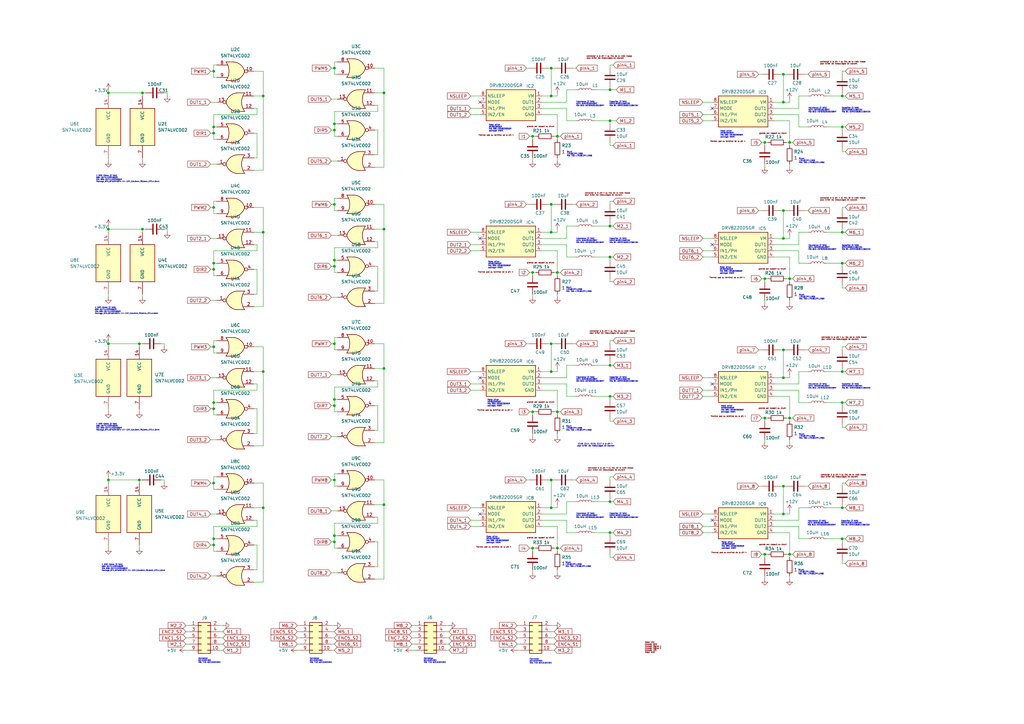
<source format=kicad_sch>
(kicad_sch (version 20250114) (generator "eeschema") (generator_version "9.0")
  (paper "A3")
  (text "connecter à la pin 4 au lieu de la vraie masse\npour éviter les rebouclages de courant" (at 241.808 136.398 0) (effects (font (size 0.508 0.508)) (justify left)))
  (text "Thermal pad au terminal de la pin 4" (at 298.704 170.942 0) (effects (font (size 0.508 0.508))))
  (text "Motor driver\nDRV8220DSGR \nMO: 595-DRV8220DSGR\npackage: WSON \n" (at 295.402 55.118 0) (effects (font (size 0.508 0.508)) (justify left)))
  (text "Thermal pad au terminal de la pin 4" (at 298.45 58.166 0) (effects (font (size 0.508 0.508))))
  (text "Thermal pad au terminal de la pin 4" (at 203.454 55.626 0) (effects (font (size 0.508 0.508))))
  (text "Thermal pad au terminal de la pin 4" (at 203.2 111.76 0) (effects (font (size 0.508 0.508))))
  (text "Shunt\nLTR18EZPFL1R00\nMO: 755-LTR18EZPFL1R00" (at 232.156 175.768 0) (effects (font (size 0.508 0.508)) (justify left)))
  (text "Motor driver\nDRV8220DSGR \nMO: 595-DRV8220DSGR\npackage: WSON \n" (at 295.148 110.998 0) (effects (font (size 0.508 0.508)) (justify left)))
  (text "Capacitor (2 fois)\nGRM21BC81C106KE5K\nMO: 81-GRM21BC81C106KE5K" (at 345.186 101.6 0) (effects (font (size 0.508 0.508)) (justify left)))
  (text "Motor driver\nDRV8220DSGR \nMO: 595-DRV8220DSGR\npackage: WSON \n" (at 200.152 108.712 0) (effects (font (size 0.508 0.508)) (justify left)))
  (text "Thermal pad au terminal de la pin 4" (at 298.958 226.822 0) (effects (font (size 0.508 0.508))))
  (text "Inductance (2 fois)\nAOTA-B252010S100MT\nMO: 815-AOTB252010S100MT" (at 236.22 155.702 0) (effects (font (size 0.508 0.508)) (justify left)))
  (text "Capacitor (2 fois)\nGRM21BC81C106KE5K\nMO: 81-GRM21BC81C106KE5K" (at 249.936 155.702 0) (effects (font (size 0.508 0.508)) (justify left)))
  (text "Shunt\nLTR18EZPFL1R00\nMO: 755-LTR18EZPFL1R00" (at 327.406 234.696 0) (effects (font (size 0.508 0.508)) (justify left)))
  (text "connecter à la pin 4 au lieu de la vraie masse\npour éviter les rebouclages de courant" (at 336.804 138.938 0) (effects (font (size 0.508 0.508)) (justify left)))
  (text "grande par rapport au shunt\n" (at 221.742 52.07 0) (effects (font (size 0.508 0.508))))
  (text "Connector\n62131021921\nMO: 710-62131021921 " (at 81.28 271.018 0) (effects (font (size 0.508 0.508)) (justify left)))
  (text "4 NOR-Gates (2 fois)\n595-SN74LVC02ABQAR \nMO: 595-SN74LVC02ABQAR \nPackage_DFN_QFN:DHVQFN-14-1EP_2.5x3mm_P0.5mm_EP1x1.5mm" (at 39.37 175.26 0) (effects (font (size 0.508 0.508)) (justify left)))
  (text "Capacitor (2 fois)\nGRM21BC81C106KE5K\nMO: 81-GRM21BC81C106KE5K" (at 249.936 42.672 0) (effects (font (size 0.508 0.508)) (justify left)))
  (text "Thermal pad au terminal de la pin 4" (at 202.946 168.402 0) (effects (font (size 0.508 0.508))))
  (text "Motor VCC\nEncoder GND\nEncoder Signal 1\nEncoder Signal 2\nEncoder VCC\nMotor GND" (at 264.414 265.684 0) (effects (font (size 0.508 0.508)) (justify left)))
  (text "connecter à la pin 4 au lieu de la vraie masse\npour éviter les rebouclages de courant" (at 239.776 79.756 0) (effects (font (size 0.508 0.508)) (justify left)))
  (text "Shunt\nLTR18EZPFL1R00\nMO: 755-LTR18EZPFL1R00" (at 232.41 63.246 0) (effects (font (size 0.508 0.508)) (justify left)))
  (text "Inductance (2 fois)\nAOTA-B252010S100MT\nMO: 815-AOTB252010S100MT" (at 236.22 98.806 0) (effects (font (size 0.508 0.508)) (justify left)))
  (text "4 NOR-Gates (2 fois)\n595-SN74LVC02ABQAR \nMO: 595-SN74LVC02ABQAR \nPackage_DFN_QFN:DHVQFN-14-1EP_2.5x3mm_P0.5mm_EP1x1.5mm" (at 38.862 127.508 0) (effects (font (size 0.508 0.508)) (justify left)))
  (text "Shunt\nLTR18EZPFL1R00\nMO: 755-LTR18EZPFL1R00" (at 232.156 118.872 0) (effects (font (size 0.508 0.508)) (justify left)))
  (text "Inductance (2 fois)\nAOTA-B252010S100MT\nMO: 815-AOTB252010S100MT" (at 236.22 42.672 0) (effects (font (size 0.508 0.508)) (justify left)))
  (text "Capacitor (2 fois)\nGRM21BC81C106KE5K\nMO: 81-GRM21BC81C106KE5K" (at 344.932 214.63 0) (effects (font (size 0.508 0.508)) (justify left)))
  (text "Motor driver\nDRV8220DSGR \nMO: 595-DRV8220DSGR\npackage: WSON \n" (at 199.898 165.354 0) (effects (font (size 0.508 0.508)) (justify left)))
  (text "Shunt\nLTR18EZPFL1R00\nMO: 755-LTR18EZPFL1R00" (at 231.902 231.648 0) (effects (font (size 0.508 0.508)) (justify left)))
  (text "Inductance (2 fois)\nAOTA-B252010S100MT\nMO: 815-AOTB252010S100MT" (at 331.47 45.212 0) (effects (font (size 0.508 0.508)) (justify left)))
  (text "Thermal pad au terminal de la pin 4" (at 202.438 224.536 0) (effects (font (size 0.508 0.508))))
  (text "Capacitor (2 fois)\nGRM21BC81C106KE5K\nMO: 81-GRM21BC81C106KE5K" (at 249.936 211.582 0) (effects (font (size 0.508 0.508)) (justify left)))
  (text "Thermal pad au terminal de la pin 4" (at 298.196 114.046 0) (effects (font (size 0.508 0.508))))
  (text "Inductance (2 fois)\nAOTA-B252010S100MT\nMO: 815-AOTB252010S100MT" (at 236.22 211.582 0) (effects (font (size 0.508 0.508)) (justify left)))
  (text "C119, C114, C115, C117 à la pin 4 \npour éviter les rebouclages de courant" (at 244.348 182.626 0) (effects (font (size 0.508 0.508))))
  (text "4 NOR-Gates (2 fois)\n595-SN74LVC02ABQAR \nMO: 595-SN74LVC02ABQAR \nPackage_DFN_QFN:DHVQFN-14-1EP_2.5x3mm_P0.5mm_EP1x1.5mm" (at 39.37 73.406 0) (effects (font (size 0.508 0.508)) (justify left)))
  (text "4 NOR-Gates (2 fois)\n595-SN74LVC02ABQAR \nMO: 595-SN74LVC02ABQAR \nPackage_DFN_QFN:DHVQFN-14-1EP_2.5x3mm_P0.5mm_EP1x1.5mm" (at 41.656 232.918 0) (effects (font (size 0.508 0.508)) (justify left)))
  (text "Shunt\nLTR18EZPFL1R00\nMO: 755-LTR18EZPFL1R00" (at 327.66 179.07 0) (effects (font (size 0.508 0.508)) (justify left)))
  (text "Capacitor (2 fois)\nGRM21BC81C106KE5K\nMO: 81-GRM21BC81C106KE5K" (at 249.936 98.806 0) (effects (font (size 0.508 0.508)) (justify left)))
  (text "Shunt\nLTR18EZPFL1R00\nMO: 755-LTR18EZPFL1R00" (at 327.66 121.92 0) (effects (font (size 0.508 0.508)) (justify left)))
  (text "Connector\n62131021921\nMO: 710-62131021921 " (at 173.736 271.018 0) (effects (font (size 0.508 0.508)) (justify left)))
  (text "Connector\n62131021921\nMO: 710-62131021921 " (at 127 271.018 0) (effects (font (size 0.508 0.508)) (justify left)))
  (text "connecter à la pin 4 au lieu de la vraie masse\npour éviter les rebouclages de courant" (at 241.046 192.532 0) (effects (font (size 0.508 0.508)) (justify left)))
  (text "Inductance (2 fois)\nAOTA-B252010S100MT\nMO: 815-AOTB252010S100MT" (at 331.216 214.63 0) (effects (font (size 0.508 0.508)) (justify left)))
  (text "Inductance (2 fois)\nAOTA-B252010S100MT\nMO: 815-AOTB252010S100MT" (at 331.47 101.6 0) (effects (font (size 0.508 0.508)) (justify left)))
  (text "grande par rapport au shunt\n" (at 316.738 167.64 0) (effects (font (size 0.508 0.508))))
  (text "connecter à la pin 4 au lieu de la vraie masse\npour éviter les rebouclages de courant" (at 336.55 195.326 0) (effects (font (size 0.508 0.508)) (justify left)))
  (text "Motor driver\nDRV8220DSGR \nMO: 595-DRV8220DSGR\npackage: WSON \n" (at 199.39 221.488 0) (effects (font (size 0.508 0.508)) (justify left)))
  (text "Connector\n62131021921\nMO: 710-62131021921 " (at 217.17 271.272 0) (effects (font (size 0.508 0.508)) (justify left)))
  (text "Capacitor (2 fois)\nGRM21BC81C106KE5K\nMO: 81-GRM21BC81C106KE5K" (at 345.186 45.212 0) (effects (font (size 0.508 0.508)) (justify left)))
  (text "Motor driver\nDRV8220DSGR \nMO: 595-DRV8220DSGR\npackage: WSON \n" (at 200.406 52.578 0) (effects (font (size 0.508 0.508)) (justify left)))
  (text "Motor driver\nDRV8220DSGR \nMO: 595-DRV8220DSGR\npackage: WSON \n" (at 295.91 223.774 0) (effects (font (size 0.508 0.508)) (justify left)))
  (text "grande par rapport au shunt\n" (at 221.742 220.726 0) (effects (font (size 0.508 0.508))))
  (text "Motor driver\nDRV8220DSGR \nMO: 595-DRV8220DSGR\npackage: WSON \n" (at 295.656 167.894 0) (effects (font (size 0.508 0.508)) (justify left)))
  (text "connecter à la pin 4 au lieu de la vraie masse\npour éviter les rebouclages de courant" (at 240.538 23.622 0) (effects (font (size 0.508 0.508)) (justify left)))
  (text "Inductance (2 fois)\nAOTA-B252010S100MT\nMO: 815-AOTB252010S100MT" (at 331.47 158.496 0) (effects (font (size 0.508 0.508)) (justify left)))
  (text "grande par rapport au shunt\n" (at 316.992 223.52 0) (effects (font (size 0.508 0.508))))
  (text "Shunt\nLTR18EZPFL1R00\nMO: 755-LTR18EZPFL1R00" (at 327.66 66.04 0) (effects (font (size 0.508 0.508)) (justify left)))
  (text "grande par rapport au shunt\n" (at 221.742 165.1 0) (effects (font (size 0.508 0.508))))
  (text "connecter à la pin 4 au lieu de la vraie masse\npour éviter les rebouclages de courant" (at 336.296 81.788 0) (effects (font (size 0.508 0.508)) (justify left)))
  (text "connecter à la pin 4 au lieu de la vraie masse\npour éviter les rebouclages de courant" (at 336.296 25.908 0) (effects (font (size 0.508 0.508)) (justify left)))
  (text "grande par rapport au shunt\n" (at 316.992 54.864 0) (effects (font (size 0.508 0.508))))
  (text "Capacitor (2 fois)\nGRM21BC81C106KE5K\nMO: 81-GRM21BC81C106KE5K" (at 345.186 158.496 0) (effects (font (size 0.508 0.508)) (justify left)))
  (text "grande par rapport au shunt\n" (at 221.742 107.95 0) (effects (font (size 0.508 0.508))))
  (text "grande par rapport au shunt\n" (at 316.738 110.49 0) (effects (font (size 0.508 0.508))))
  (junction (at 44.45 196.85))
  (junction (at 137.16 109.22))
  (junction (at 228.6 168.91))
  (junction (at 313.69 58.42))
  (junction (at 321.31 97.79))
  (junction (at 137.16 27.94))
  (junction (at 218.44 168.91))
  (junction (at 107.95 95.25))
  (junction (at 313.69 171.45))
  (junction (at 87.63 29.21))
  (junction (at 345.44 208.28))
  (junction (at 57.15 196.85))
  (junction (at 250.19 149.86))
  (junction (at 226.06 140.97))
  (junction (at 137.16 166.37))
  (junction (at 226.06 39.37))
  (junction (at 87.63 220.98))
  (junction (at 321.31 199.39))
  (junction (at 250.19 162.56))
  (junction (at 321.31 30.48))
  (junction (at 313.69 227.33))
  (junction (at 107.95 39.37))
  (junction (at 137.16 53.34))
  (junction (at 345.44 95.25))
  (junction (at 323.85 171.45))
  (junction (at 321.31 41.91))
  (junction (at 250.19 92.71))
  (junction (at 87.63 223.52))
  (junction (at 226.06 27.94))
  (junction (at 157.48 93.98))
  (junction (at 250.19 105.41))
  (junction (at 228.6 55.88))
  (junction (at 226.06 152.4))
  (junction (at 137.16 140.97))
  (junction (at 44.45 93.98))
  (junction (at 226.06 196.85))
  (junction (at 137.16 163.83))
  (junction (at 137.16 222.25))
  (junction (at 87.63 52.07))
  (junction (at 345.44 107.95))
  (junction (at 87.63 107.95))
  (junction (at 345.44 220.98))
  (junction (at 228.6 111.76))
  (junction (at 323.85 114.3))
  (junction (at 44.45 140.97))
  (junction (at 345.44 52.07))
  (junction (at 321.31 210.82))
  (junction (at 323.85 227.33))
  (junction (at 87.63 165.1))
  (junction (at 137.16 106.68))
  (junction (at 87.63 54.61))
  (junction (at 345.44 165.1))
  (junction (at 226.06 208.28))
  (junction (at 58.42 93.98))
  (junction (at 226.06 83.82))
  (junction (at 87.63 198.12))
  (junction (at 250.19 218.44))
  (junction (at 313.69 114.3))
  (junction (at 321.31 154.94))
  (junction (at 107.95 208.28))
  (junction (at 218.44 224.79))
  (junction (at 250.19 205.74))
  (junction (at 57.15 140.97))
  (junction (at 345.44 39.37))
  (junction (at 137.16 196.85))
  (junction (at 157.48 38.1))
  (junction (at 218.44 111.76))
  (junction (at 87.63 167.64))
  (junction (at 323.85 58.42))
  (junction (at 137.16 219.71))
  (junction (at 87.63 142.24))
  (junction (at 87.63 85.09))
  (junction (at 250.19 36.83))
  (junction (at 87.63 110.49))
  (junction (at 218.44 55.88))
  (junction (at 250.19 49.53))
  (junction (at 137.16 83.82))
  (junction (at 58.42 38.1))
  (junction (at 137.16 50.8))
  (junction (at 321.31 86.36))
  (junction (at 157.48 151.13))
  (junction (at 44.45 38.1))
  (junction (at 226.06 95.25))
  (junction (at 321.31 143.51))
  (junction (at 345.44 152.4))
  (junction (at 157.48 207.01))
  (junction (at 228.6 224.79))
  (junction (at 107.95 152.4))
  (no_connect (at 292.1 213.36))
  (no_connect (at 196.85 41.91))
  (no_connect (at 196.85 97.79))
  (no_connect (at 292.1 100.33))
  (no_connect (at 292.1 44.45))
  (no_connect (at 196.85 210.82))
  (no_connect (at 196.85 154.94))
  (no_connect (at 292.1 157.48))
  (wire (pts (xy 66.04 140.97) (xy 67.31 140.97)))
  (wire (pts (xy 154.94 53.34) (xy 153.67 53.34)))
  (wire (pts (xy 218.44 224.79) (xy 219.71 224.79)))
  (wire (pts (xy 44.45 93.98) (xy 58.42 93.98)))
  (wire (pts (xy 193.04 46.99) (xy 196.85 46.99)))
  (wire (pts (xy 86.36 180.34) (xy 88.9 180.34)))
  (wire (pts (xy 137.16 222.25) (xy 135.89 222.25)))
  (wire (pts (xy 87.63 54.61) (xy 86.36 54.61)))
  (wire (pts (xy 222.25 210.82) (xy 232.41 210.82)))
  (wire (pts (xy 137.16 81.28) (xy 137.16 83.82)))
  (wire (pts (xy 227.33 259.08) (xy 226.06 259.08)))
  (wire (pts (xy 87.63 26.67) (xy 87.63 29.21)))
  (wire (pts (xy 313.69 67.31) (xy 313.69 68.58)))
  (wire (pts (xy 153.67 68.58) (xy 157.48 68.58)))
  (wire (pts (xy 87.63 160.02) (xy 87.63 165.1)))
  (wire (pts (xy 87.63 215.9) (xy 87.63 220.98)))
  (wire (pts (xy 288.29 160.02) (xy 292.1 160.02)))
  (wire (pts (xy 137.16 53.34) (xy 135.89 53.34)))
  (wire (pts (xy 137.16 30.48) (xy 138.43 30.48)))
  (wire (pts (xy 323.85 58.42) (xy 323.85 59.69)))
  (wire (pts (xy 168.91 256.54) (xy 170.18 256.54)))
  (wire (pts (xy 250.19 35.56) (xy 250.19 36.83)))
  (wire (pts (xy 157.48 196.85) (xy 153.67 196.85)))
  (wire (pts (xy 44.45 36.83) (xy 44.45 38.1)))
  (wire (pts (xy 222.25 152.4) (xy 226.06 152.4)))
  (wire (pts (xy 345.44 231.14) (xy 346.71 231.14)))
  (wire (pts (xy 137.16 219.71) (xy 137.16 222.25)))
  (wire (pts (xy 317.5 162.56) (xy 323.85 162.56)))
  (wire (pts (xy 138.43 81.28) (xy 137.16 81.28)))
  (wire (pts (xy 104.14 238.76) (xy 107.95 238.76)))
  (wire (pts (xy 217.17 168.91) (xy 218.44 168.91)))
  (wire (pts (xy 44.45 195.58) (xy 44.45 196.85)))
  (wire (pts (xy 88.9 195.58) (xy 87.63 195.58)))
  (wire (pts (xy 331.47 165.1) (xy 327.66 165.1)))
  (wire (pts (xy 76.2 259.08) (xy 77.47 259.08)))
  (wire (pts (xy 58.42 64.77) (xy 58.42 66.04)))
  (wire (pts (xy 250.19 195.58) (xy 251.46 195.58)))
  (wire (pts (xy 339.09 220.98) (xy 345.44 220.98)))
  (wire (pts (xy 345.44 52.07) (xy 346.71 52.07)))
  (wire (pts (xy 154.94 212.09) (xy 154.94 214.63)))
  (wire (pts (xy 105.41 100.33) (xy 105.41 102.87)))
  (wire (pts (xy 243.84 149.86) (xy 250.19 149.86)))
  (wire (pts (xy 137.16 194.31) (xy 137.16 196.85)))
  (wire (pts (xy 250.19 27.94) (xy 250.19 26.67)))
  (wire (pts (xy 154.94 176.53) (xy 154.94 166.37)))
  (wire (pts (xy 138.43 153.67) (xy 135.89 153.67)))
  (wire (pts (xy 232.41 149.86) (xy 232.41 154.94)))
  (wire (pts (xy 323.85 97.79) (xy 321.31 97.79)))
  (wire (pts (xy 313.69 58.42) (xy 314.96 58.42)))
  (wire (pts (xy 154.94 99.06) (xy 154.94 101.6)))
  (wire (pts (xy 317.5 102.87) (xy 327.66 102.87)))
  (wire (pts (xy 312.42 58.42) (xy 313.69 58.42)))
  (wire (pts (xy 57.15 223.52) (xy 57.15 224.79)))
  (wire (pts (xy 339.09 152.4) (xy 345.44 152.4)))
  (wire (pts (xy 87.63 198.12) (xy 86.36 198.12)))
  (wire (pts (xy 323.85 105.41) (xy 323.85 114.3)))
  (wire (pts (xy 345.44 199.39) (xy 345.44 198.12)))
  (wire (pts (xy 232.41 205.74) (xy 232.41 210.82)))
  (wire (pts (xy 107.95 182.88) (xy 107.95 152.4)))
  (wire (pts (xy 105.41 44.45) (xy 105.41 46.99)))
  (wire (pts (xy 44.45 196.85) (xy 57.15 196.85)))
  (wire (pts (xy 157.48 38.1) (xy 153.67 38.1)))
  (wire (pts (xy 317.5 49.53) (xy 323.85 49.53)))
  (wire (pts (xy 218.44 111.76) (xy 219.71 111.76)))
  (wire (pts (xy 104.14 125.73) (xy 107.95 125.73)))
  (wire (pts (xy 331.47 220.98) (xy 327.66 220.98)))
  (wire (pts (xy 157.48 140.97) (xy 153.67 140.97)))
  (wire (pts (xy 327.66 152.4) (xy 327.66 157.48)))
  (wire (pts (xy 250.19 26.67) (xy 251.46 26.67)))
  (wire (pts (xy 87.63 142.24) (xy 87.63 144.78)))
  (wire (pts (xy 288.29 41.91) (xy 292.1 41.91)))
  (wire (pts (xy 193.04 152.4) (xy 196.85 152.4)))
  (wire (pts (xy 323.85 171.45) (xy 325.12 171.45)))
  (wire (pts (xy 157.48 38.1) (xy 157.48 27.94)))
  (wire (pts (xy 193.04 95.25) (xy 196.85 95.25)))
  (wire (pts (xy 218.44 120.65) (xy 218.44 121.92)))
  (wire (pts (xy 87.63 165.1) (xy 87.63 167.64)))
  (wire (pts (xy 232.41 105.41) (xy 232.41 100.33)))
  (wire (pts (xy 138.43 168.91) (xy 137.16 168.91)))
  (wire (pts (xy 236.22 92.71) (xy 232.41 92.71)))
  (wire (pts (xy 137.16 101.6) (xy 137.16 106.68)))
  (wire (pts (xy 107.95 198.12) (xy 104.14 198.12)))
  (wire (pts (xy 86.36 123.19) (xy 88.9 123.19)))
  (wire (pts (xy 87.63 107.95) (xy 88.9 107.95)))
  (wire (pts (xy 212.09 256.54) (xy 213.36 256.54)))
  (wire (pts (xy 218.44 168.91) (xy 219.71 168.91)))
  (wire (pts (xy 345.44 220.98) (xy 346.71 220.98)))
  (wire (pts (xy 153.67 212.09) (xy 154.94 212.09)))
  (wire (pts (xy 345.44 38.1) (xy 345.44 39.37)))
  (wire (pts (xy 288.29 49.53) (xy 292.1 49.53)))
  (wire (pts (xy 234.95 27.94) (xy 236.22 27.94)))
  (wire (pts (xy 157.48 207.01) (xy 153.67 207.01)))
  (wire (pts (xy 222.25 46.99) (xy 228.6 46.99)))
  (wire (pts (xy 44.45 140.97) (xy 44.45 142.24)))
  (wire (pts (xy 339.09 208.28) (xy 345.44 208.28)))
  (wire (pts (xy 226.06 27.94) (xy 227.33 27.94)))
  (wire (pts (xy 88.9 97.79) (xy 86.36 97.79)))
  (wire (pts (xy 288.29 162.56) (xy 292.1 162.56)))
  (wire (pts (xy 345.44 151.13) (xy 345.44 152.4)))
  (wire (pts (xy 87.63 31.75) (xy 88.9 31.75)))
  (wire (pts (xy 317.5 218.44) (xy 323.85 218.44)))
  (wire (pts (xy 224.79 196.85) (xy 226.06 196.85)))
  (wire (pts (xy 228.6 64.77) (xy 228.6 66.04)))
  (wire (pts (xy 218.44 64.77) (xy 218.44 66.04)))
  (wire (pts (xy 234.95 196.85) (xy 236.22 196.85)))
  (wire (pts (xy 288.29 97.79) (xy 292.1 97.79)))
  (wire (pts (xy 153.67 181.61) (xy 157.48 181.61)))
  (wire (pts (xy 250.19 105.41) (xy 251.46 105.41)))
  (wire (pts (xy 227.33 168.91) (xy 228.6 168.91)))
  (wire (pts (xy 137.16 106.68) (xy 137.16 109.22)))
  (wire (pts (xy 217.17 111.76) (xy 218.44 111.76)))
  (wire (pts (xy 76.2 256.54) (xy 77.47 256.54)))
  (wire (pts (xy 339.09 107.95) (xy 345.44 107.95)))
  (wire (pts (xy 87.63 110.49) (xy 87.63 113.03)))
  (wire (pts (xy 345.44 207.01) (xy 345.44 208.28)))
  (wire (pts (xy 153.67 237.49) (xy 157.48 237.49)))
  (wire (pts (xy 153.67 119.38) (xy 154.94 119.38)))
  (wire (pts (xy 138.43 138.43) (xy 137.16 138.43)))
  (wire (pts (xy 228.6 233.68) (xy 228.6 234.95)))
  (wire (pts (xy 212.09 266.7) (xy 213.36 266.7)))
  (wire (pts (xy 44.45 120.65) (xy 44.45 121.92)))
  (wire (pts (xy 288.29 154.94) (xy 292.1 154.94)))
  (wire (pts (xy 317.5 46.99) (xy 327.66 46.99)))
  (wire (pts (xy 345.44 142.24) (xy 346.71 142.24)))
  (wire (pts (xy 345.44 198.12) (xy 346.71 198.12)))
  (wire (pts (xy 218.44 55.88) (xy 219.71 55.88)))
  (wire (pts (xy 331.47 208.28) (xy 327.66 208.28)))
  (wire (pts (xy 137.16 143.51) (xy 138.43 143.51)))
  (wire (pts (xy 228.6 120.65) (xy 228.6 121.92)))
  (wire (pts (xy 154.94 222.25) (xy 153.67 222.25)))
  (wire (pts (xy 228.6 215.9) (xy 228.6 224.79)))
  (wire (pts (xy 243.84 218.44) (xy 250.19 218.44)))
  (wire (pts (xy 250.19 228.6) (xy 251.46 228.6)))
  (wire (pts (xy 107.95 39.37) (xy 107.95 29.21)))
  (wire (pts (xy 321.31 143.51) (xy 321.31 154.94)))
  (wire (pts (xy 250.19 91.44) (xy 250.19 92.71)))
  (wire (pts (xy 87.63 220.98) (xy 88.9 220.98)))
  (wire (pts (xy 224.79 83.82) (xy 226.06 83.82)))
  (wire (pts (xy 321.31 86.36) (xy 321.31 97.79)))
  (wire (pts (xy 313.69 171.45) (xy 314.96 171.45)))
  (wire (pts (xy 243.84 105.41) (xy 250.19 105.41)))
  (wire (pts (xy 330.2 86.36) (xy 331.47 86.36)))
  (wire (pts (xy 87.63 223.52) (xy 86.36 223.52)))
  (wire (pts (xy 288.29 210.82) (xy 292.1 210.82)))
  (wire (pts (xy 87.63 107.95) (xy 87.63 110.49)))
  (wire (pts (xy 317.5 210.82) (xy 321.31 210.82)))
  (wire (pts (xy 250.19 205.74) (xy 251.46 205.74)))
  (wire (pts (xy 44.45 92.71) (xy 44.45 93.98)))
  (wire (pts (xy 323.85 180.34) (xy 323.85 181.61)))
  (wire (pts (xy 121.92 264.16) (xy 123.19 264.16)))
  (wire (pts (xy 232.41 49.53) (xy 232.41 44.45)))
  (wire (pts (xy 138.43 40.64) (xy 135.89 40.64)))
  (wire (pts (xy 222.25 157.48) (xy 232.41 157.48)))
  (wire (pts (xy 226.06 83.82) (xy 226.06 95.25)))
  (wire (pts (xy 227.33 256.54) (xy 226.06 256.54)))
  (wire (pts (xy 67.31 140.97) (xy 67.31 142.24)))
  (wire (pts (xy 137.16 163.83) (xy 137.16 166.37)))
  (wire (pts (xy 323.85 209.55) (xy 323.85 210.82)))
  (wire (pts (xy 76.2 266.7) (xy 77.47 266.7)))
  (wire (pts (xy 227.33 224.79) (xy 228.6 224.79)))
  (wire (pts (xy 88.9 57.15) (xy 87.63 57.15)))
  (wire (pts (xy 228.6 151.13) (xy 228.6 152.4)))
  (wire (pts (xy 88.9 210.82) (xy 86.36 210.82)))
  (wire (pts (xy 323.85 218.44) (xy 323.85 227.33)))
  (wire (pts (xy 320.04 30.48) (xy 321.31 30.48)))
  (wire (pts (xy 323.85 236.22) (xy 323.85 237.49)))
  (wire (pts (xy 317.5 44.45) (xy 327.66 44.45)))
  (wire (pts (xy 154.94 158.75) (xy 137.16 158.75)))
  (wire (pts (xy 312.42 114.3) (xy 313.69 114.3)))
  (wire (pts (xy 193.04 160.02) (xy 196.85 160.02)))
  (wire (pts (xy 226.06 196.85) (xy 226.06 208.28)))
  (wire (pts (xy 250.19 105.41) (xy 250.19 106.68)))
  (wire (pts (xy 67.31 38.1) (xy 68.58 38.1)))
  (wire (pts (xy 87.63 57.15) (xy 87.63 54.61)))
  (wire (pts (xy 311.15 199.39) (xy 312.42 199.39)))
  (wire (pts (xy 104.14 182.88) (xy 107.95 182.88)))
  (wire (pts (xy 153.67 99.06) (xy 154.94 99.06)))
  (wire (pts (xy 58.42 38.1) (xy 59.69 38.1)))
  (wire (pts (xy 107.95 238.76) (xy 107.95 208.28)))
  (wire (pts (xy 320.04 143.51) (xy 321.31 143.51)))
  (wire (pts (xy 137.16 266.7) (xy 135.89 266.7)))
  (wire (pts (xy 57.15 142.24) (xy 57.15 140.97)))
  (wire (pts (xy 327.66 95.25) (xy 327.66 100.33)))
  (wire (pts (xy 227.33 55.88) (xy 228.6 55.88)))
  (wire (pts (xy 154.94 119.38) (xy 154.94 109.22)))
  (wire (pts (xy 312.42 227.33) (xy 313.69 227.33)))
  (wire (pts (xy 44.45 223.52) (xy 44.45 224.79)))
  (wire (pts (xy 76.2 264.16) (xy 77.47 264.16)))
  (wire (pts (xy 288.29 46.99) (xy 292.1 46.99)))
  (wire (pts (xy 232.41 218.44) (xy 232.41 213.36)))
  (wire (pts (xy 154.94 109.22) (xy 153.67 109.22)))
  (wire (pts (xy 105.41 223.52) (xy 104.14 223.52)))
  (wire (pts (xy 88.9 26.67) (xy 87.63 26.67)))
  (wire (pts (xy 87.63 198.12) (xy 87.63 200.66)))
  (wire (pts (xy 236.22 149.86) (xy 232.41 149.86)))
  (wire (pts (xy 44.45 38.1) (xy 44.45 39.37)))
  (wire (pts (xy 137.16 196.85) (xy 137.16 199.39)))
  (wire (pts (xy 345.44 165.1) (xy 345.44 166.37)))
  (wire (pts (xy 107.95 69.85) (xy 107.95 39.37)))
  (wire (pts (xy 104.14 69.85) (xy 107.95 69.85)))
  (wire (pts (xy 228.6 102.87) (xy 228.6 111.76)))
  (wire (pts (xy 86.36 236.22) (xy 88.9 236.22)))
  (wire (pts (xy 288.29 218.44) (xy 292.1 218.44)))
  (wire (pts (xy 91.44 264.16) (xy 90.17 264.16)))
  (wire (pts (xy 322.58 114.3) (xy 323.85 114.3)))
  (wire (pts (xy 135.89 256.54) (xy 137.16 256.54)))
  (wire (pts (xy 138.43 111.76) (xy 137.16 111.76)))
  (wire (pts (xy 322.58 227.33) (xy 323.85 227.33)))
  (wire (pts (xy 87.63 87.63) (xy 88.9 87.63)))
  (wire (pts (xy 218.44 168.91) (xy 218.44 170.18)))
  (wire (pts (xy 218.44 111.76) (xy 218.44 113.03)))
  (wire (pts (xy 226.06 140.97) (xy 227.33 140.97)))
  (wire (pts (xy 57.15 198.12) (xy 57.15 196.85)))
  (wire (pts (xy 250.19 148.59) (xy 250.19 149.86)))
  (wire (pts (xy 107.95 142.24) (xy 104.14 142.24)))
  (wire (pts (xy 138.43 194.31) (xy 137.16 194.31)))
  (wire (pts (xy 288.29 102.87) (xy 292.1 102.87)))
  (wire (pts (xy 168.91 266.7) (xy 170.18 266.7)))
  (wire (pts (xy 137.16 138.43) (xy 137.16 140.97)))
  (wire (pts (xy 157.48 68.58) (xy 157.48 38.1)))
  (wire (pts (xy 184.15 261.62) (xy 182.88 261.62)))
  (wire (pts (xy 138.43 25.4) (xy 137.16 25.4)))
  (wire (pts (xy 157.48 93.98) (xy 153.67 93.98)))
  (wire (pts (xy 313.69 227.33) (xy 314.96 227.33)))
  (wire (pts (xy 86.36 67.31) (xy 88.9 67.31)))
  (wire (pts (xy 322.58 171.45) (xy 323.85 171.45)))
  (wire (pts (xy 137.16 158.75) (xy 137.16 163.83)))
  (wire (pts (xy 222.25 100.33) (xy 232.41 100.33)))
  (wire (pts (xy 153.67 232.41) (xy 154.94 232.41)))
  (wire (pts (xy 153.67 43.18) (xy 154.94 43.18)))
  (wire (pts (xy 157.48 93.98) (xy 157.48 83.82)))
  (wire (pts (xy 330.2 143.51) (xy 331.47 143.51)))
  (wire (pts (xy 138.43 209.55) (xy 135.89 209.55)))
  (wire (pts (xy 153.67 176.53) (xy 154.94 176.53)))
  (wire (pts (xy 104.14 157.48) (xy 105.41 157.48)))
  (wire (pts (xy 121.92 266.7) (xy 123.19 266.7)))
  (wire (pts (xy 104.14 44.45) (xy 105.41 44.45)))
  (wire (pts (xy 193.04 157.48) (xy 196.85 157.48)))
  (wire (pts (xy 228.6 38.1) (xy 228.6 39.37)))
  (wire (pts (xy 212.09 261.62) (xy 213.36 261.62)))
  (wire (pts (xy 345.44 52.07) (xy 345.44 53.34)))
  (wire (pts (xy 339.09 39.37) (xy 345.44 39.37)))
  (wire (pts (xy 218.44 224.79) (xy 218.44 226.06)))
  (wire (pts (xy 323.85 49.53) (xy 323.85 58.42)))
  (wire (pts (xy 228.6 55.88) (xy 228.6 57.15)))
  (wire (pts (xy 222.25 215.9) (xy 228.6 215.9)))
  (wire (pts (xy 154.94 156.21) (xy 154.94 158.75)))
  (wire (pts (xy 105.41 46.99) (xy 87.63 46.99)))
  (wire (pts (xy 321.31 210.82) (xy 323.85 210.82)))
  (wire (pts (xy 154.94 166.37) (xy 153.67 166.37)))
  (wire (pts (xy 226.06 140.97) (xy 226.06 152.4)))
  (wire (pts (xy 227.33 111.76) (xy 228.6 111.76)))
  (wire (pts (xy 321.31 30.48) (xy 322.58 30.48)))
  (wire (pts (xy 137.16 224.79) (xy 137.16 222.25)))
  (wire (pts (xy 250.19 49.53) (xy 250.19 50.8)))
  (wire (pts (xy 236.22 205.74) (xy 232.41 205.74)))
  (wire (pts (xy 193.04 44.45) (xy 196.85 44.45)))
  (wire (pts (xy 184.15 266.7) (xy 182.88 266.7)))
  (wire (pts (xy 323.85 154.94) (xy 321.31 154.94)))
  (wire (pts (xy 217.17 55.88) (xy 218.44 55.88)))
  (wire (pts (xy 137.16 199.39) (xy 138.43 199.39)))
  (wire (pts (xy 222.25 97.79) (xy 232.41 97.79)))
  (wire (pts (xy 311.15 86.36) (xy 312.42 86.36)))
  (wire (pts (xy 228.6 93.98) (xy 228.6 95.25)))
  (wire (pts (xy 250.19 140.97) (xy 250.19 139.7)))
  (wire (pts (xy 320.04 199.39) (xy 321.31 199.39)))
  (wire (pts (xy 135.89 179.07) (xy 138.43 179.07)))
  (wire (pts (xy 339.09 95.25) (xy 345.44 95.25)))
  (wire (pts (xy 313.69 180.34) (xy 313.69 181.61)))
  (wire (pts (xy 212.09 264.16) (xy 213.36 264.16)))
  (wire (pts (xy 321.31 143.51) (xy 322.58 143.51)))
  (wire (pts (xy 193.04 39.37) (xy 196.85 39.37)))
  (wire (pts (xy 327.66 165.1) (xy 327.66 160.02)))
  (wire (pts (xy 222.25 208.28) (xy 226.06 208.28)))
  (wire (pts (xy 68.58 38.1) (xy 68.58 39.37)))
  (wire (pts (xy 104.14 177.8) (xy 105.41 177.8)))
  (wire (pts (xy 57.15 140.97) (xy 58.42 140.97)))
  (wire (pts (xy 44.45 95.25) (xy 44.45 93.98)))
  (wire (pts (xy 67.31 93.98) (xy 68.58 93.98)))
  (wire (pts (xy 345.44 173.99) (xy 345.44 175.26)))
  (wire (pts (xy 154.94 45.72) (xy 137.16 45.72)))
  (wire (pts (xy 138.43 224.79) (xy 137.16 224.79)))
  (wire (pts (xy 317.5 160.02) (xy 327.66 160.02)))
  (wire (pts (xy 104.14 120.65) (xy 105.41 120.65)))
  (wire (pts (xy 317.5 41.91) (xy 321.31 41.91)))
  (wire (pts (xy 87.63 29.21) (xy 87.63 31.75)))
  (wire (pts (xy 250.19 149.86) (xy 251.46 149.86)))
  (wire (pts (xy 137.16 50.8) (xy 138.43 50.8)))
  (wire (pts (xy 157.48 207.01) (xy 157.48 196.85)))
  (wire (pts (xy 193.04 100.33) (xy 196.85 100.33)))
  (wire (pts (xy 135.89 66.04) (xy 138.43 66.04)))
  (wire (pts (xy 87.63 200.66) (xy 88.9 200.66)))
  (wire (pts (xy 331.47 39.37) (xy 327.66 39.37)))
  (wire (pts (xy 331.47 95.25) (xy 327.66 95.25)))
  (wire (pts (xy 135.89 234.95) (xy 138.43 234.95)))
  (wire (pts (xy 228.6 224.79) (xy 229.87 224.79)))
  (wire (pts (xy 250.19 171.45) (xy 250.19 172.72)))
  (wire (pts (xy 107.95 39.37) (xy 104.14 39.37)))
  (wire (pts (xy 137.16 214.63) (xy 137.16 219.71)))
  (wire (pts (xy 105.41 160.02) (xy 87.63 160.02)))
  (wire (pts (xy 58.42 95.25) (xy 58.42 93.98)))
  (wire (pts (xy 228.6 168.91) (xy 228.6 170.18)))
  (wire (pts (xy 88.9 170.18) (xy 87.63 170.18)))
  (wire (pts (xy 137.16 55.88) (xy 137.16 53.34)))
  (wire (pts (xy 157.48 83.82) (xy 153.67 83.82)))
  (wire (pts (xy 339.09 165.1) (xy 345.44 165.1)))
  (wire (pts (xy 331.47 152.4) (xy 327.66 152.4)))
  (wire (pts (xy 228.6 208.28) (xy 226.06 208.28)))
  (wire (pts (xy 168.91 264.16) (xy 170.18 264.16)))
  (wire (pts (xy 345.44 165.1) (xy 346.71 165.1)))
  (wire (pts (xy 87.63 29.21) (xy 86.36 29.21)))
  (wire (pts (xy 327.66 107.95) (xy 327.66 102.87)))
  (wire (pts (xy 228.6 168.91) (xy 229.87 168.91)))
  (wire (pts (xy 137.16 196.85) (xy 135.89 196.85)))
  (wire (pts (xy 137.16 83.82) (xy 135.89 83.82)))
  (wire (pts (xy 243.84 162.56) (xy 250.19 162.56)))
  (wire (pts (xy 105.41 233.68) (xy 105.41 223.52)))
  (wire (pts (xy 215.9 196.85) (xy 217.17 196.85)))
  (wire (pts (xy 137.16 140.97) (xy 137.16 143.51)))
  (wire (pts (xy 87.63 167.64) (xy 86.36 167.64)))
  (wire (pts (xy 313.69 123.19) (xy 313.69 124.46)))
  (wire (pts (xy 313.69 114.3) (xy 313.69 115.57)))
  (wire (pts (xy 87.63 142.24) (xy 86.36 142.24)))
  (wire (pts (xy 137.16 140.97) (xy 135.89 140.97)))
  (wire (pts (xy 44.45 167.64) (xy 44.45 168.91)))
  (wire (pts (xy 312.42 171.45) (xy 313.69 171.45)))
  (wire (pts (xy 250.19 92.71) (xy 251.46 92.71)))
  (wire (pts (xy 288.29 215.9) (xy 292.1 215.9)))
  (wire (pts (xy 105.41 157.48) (xy 105.41 160.02)))
  (wire (pts (xy 331.47 107.95) (xy 327.66 107.95)))
  (wire (pts (xy 345.44 39.37) (xy 346.71 39.37)))
  (wire (pts (xy 226.06 27.94) (xy 226.06 39.37)))
  (wire (pts (xy 317.5 215.9) (xy 327.66 215.9)))
  (wire (pts (xy 322.58 58.42) (xy 323.85 58.42)))
  (wire (pts (xy 327.66 208.28) (xy 327.66 213.36)))
  (wire (pts (xy 157.48 27.94) (xy 153.67 27.94)))
  (wire (pts (xy 87.63 144.78) (xy 88.9 144.78)))
  (wire (pts (xy 107.95 95.25) (xy 104.14 95.25)))
  (wire (pts (xy 236.22 36.83) (xy 232.41 36.83)))
  (wire (pts (xy 323.85 153.67) (xy 323.85 154.94)))
  (wire (pts (xy 153.67 63.5) (xy 154.94 63.5)))
  (wire (pts (xy 154.94 232.41) (xy 154.94 222.25)))
  (wire (pts (xy 153.67 124.46) (xy 157.48 124.46)))
  (wire (pts (xy 87.63 85.09) (xy 87.63 87.63)))
  (wire (pts (xy 345.44 29.21) (xy 346.71 29.21)))
  (wire (pts (xy 345.44 107.95) (xy 345.44 109.22)))
  (wire (pts (xy 87.63 195.58) (xy 87.63 198.12)))
  (wire (pts (xy 323.85 96.52) (xy 323.85 97.79)))
  (wire (pts (xy 215.9 140.97) (xy 217.17 140.97)))
  (wire (pts (xy 330.2 199.39) (xy 331.47 199.39)))
  (wire (pts (xy 105.41 110.49) (xy 104.14 110.49)))
  (wire (pts (xy 323.85 171.45) (xy 323.85 172.72)))
  (wire (pts (xy 137.16 106.68) (xy 138.43 106.68)))
  (wire (pts (xy 323.85 162.56) (xy 323.85 171.45)))
  (wire (pts (xy 232.41 92.71) (xy 232.41 97.79)))
  (wire (pts (xy 313.69 171.45) (xy 313.69 172.72)))
  (wire (pts (xy 226.06 196.85) (xy 227.33 196.85)))
  (wire (pts (xy 135.89 121.92) (xy 138.43 121.92)))
  (wire (pts (xy 236.22 162.56) (xy 232.41 162.56)))
  (wire (pts (xy 58.42 39.37) (xy 58.42 38.1)))
  (wire (pts (xy 250.19 82.55) (xy 251.46 82.55)))
  (wire (pts (xy 317.5 100.33) (xy 327.66 100.33)))
  (wire (pts (xy 157.48 237.49) (xy 157.48 207.01)))
  (wire (pts (xy 137.16 50.8) (xy 137.16 53.34)))
  (wire (pts (xy 105.41 120.65) (xy 105.41 110.49)))
  (wire (pts (xy 193.04 213.36) (xy 196.85 213.36)))
  (wire (pts (xy 345.44 30.48) (xy 345.44 29.21)))
  (wire (pts (xy 313.69 236.22) (xy 313.69 237.49)))
  (wire (pts (xy 88.9 41.91) (xy 86.36 41.91)))
  (wire (pts (xy 87.63 85.09) (xy 86.36 85.09)))
  (wire (pts (xy 323.85 227.33) (xy 325.12 227.33)))
  (wire (pts (xy 215.9 27.94) (xy 217.17 27.94)))
  (wire (pts (xy 227.33 261.62) (xy 226.06 261.62)))
  (wire (pts (xy 107.95 152.4) (xy 104.14 152.4)))
  (wire (pts (xy 243.84 92.71) (xy 250.19 92.71)))
  (wire (pts (xy 137.16 264.16) (xy 135.89 264.16)))
  (wire (pts (xy 222.25 44.45) (xy 232.41 44.45)))
  (wire (pts (xy 137.16 111.76) (xy 137.16 109.22)))
  (wire (pts (xy 135.89 259.08) (xy 137.16 259.08)))
  (wire (pts (xy 104.14 64.77) (xy 105.41 64.77)))
  (wire (pts (xy 107.95 152.4) (xy 107.95 142.24)))
  (wire (pts (xy 184.15 259.08) (xy 182.88 259.08)))
  (wire (pts (xy 87.63 165.1) (xy 88.9 165.1)))
  (wire (pts (xy 105.41 213.36) (xy 105.41 215.9)))
  (wire (pts (xy 228.6 152.4) (xy 226.06 152.4)))
  (wire (pts (xy 76.2 261.62) (xy 77.47 261.62)))
  (wire (pts (xy 87.63 220.98) (xy 87.63 223.52)))
  (wire (pts (xy 105.41 54.61) (xy 104.14 54.61)))
  (wire (pts (xy 250.19 162.56) (xy 251.46 162.56)))
  (wire (pts (xy 228.6 177.8) (xy 228.6 179.07)))
  (wire (pts (xy 234.95 83.82) (xy 236.22 83.82)))
  (wire (pts (xy 222.25 213.36) (xy 232.41 213.36)))
  (wire (pts (xy 217.17 224.79) (xy 218.44 224.79)))
  (wire (pts (xy 44.45 140.97) (xy 57.15 140.97)))
  (wire (pts (xy 250.19 196.85) (xy 250.19 195.58)))
  (wire (pts (xy 228.6 95.25) (xy 226.06 95.25)))
  (wire (pts (xy 91.44 256.54) (xy 90.17 256.54)))
  (wire (pts (xy 222.25 41.91) (xy 232.41 41.91)))
  (wire (pts (xy 339.09 52.07) (xy 345.44 52.07)))
  (wire (pts (xy 154.94 101.6) (xy 137.16 101.6)))
  (wire (pts (xy 250.19 204.47) (xy 250.19 205.74)))
  (wire (pts (xy 157.48 124.46) (xy 157.48 93.98)))
  (wire (pts (xy 232.41 162.56) (xy 232.41 157.48)))
  (wire (pts (xy 66.04 196.85) (xy 67.31 196.85)))
  (wire (pts (xy 227.33 264.16) (xy 226.06 264.16)))
  (wire (pts (xy 44.45 139.7) (xy 44.45 140.97)))
  (wire (pts (xy 87.63 226.06) (xy 87.63 223.52)))
  (wire (pts (xy 323.85 123.19) (xy 323.85 124.46)))
  (wire (pts (xy 345.44 208.28) (xy 346.71 208.28)))
  (wire (pts (xy 121.92 256.54) (xy 123.19 256.54)))
  (wire (pts (xy 137.16 27.94) (xy 135.89 27.94)))
  (wire (pts (xy 228.6 55.88) (xy 229.87 55.88)))
  (wire (pts (xy 345.44 85.09) (xy 346.71 85.09)))
  (wire (pts (xy 345.44 118.11) (xy 346.71 118.11)))
  (wire (pts (xy 91.44 266.7) (xy 90.17 266.7)))
  (wire (pts (xy 317.5 105.41) (xy 323.85 105.41)))
  (wire (pts (xy 250.19 172.72) (xy 251.46 172.72)))
  (wire (pts (xy 228.6 46.99) (xy 228.6 55.88)))
  (wire (pts (xy 321.31 86.36) (xy 322.58 86.36)))
  (wire (pts (xy 250.19 115.57) (xy 251.46 115.57)))
  (wire (pts (xy 88.9 113.03) (xy 87.63 113.03)))
  (wire (pts (xy 228.6 160.02) (xy 228.6 168.91)))
  (wire (pts (xy 222.25 95.25) (xy 226.06 95.25)))
  (wire (pts (xy 157.48 181.61) (xy 157.48 151.13)))
  (wire (pts (xy 313.69 114.3) (xy 314.96 114.3)))
  (wire (pts (xy 107.95 85.09) (xy 104.14 85.09)))
  (wire (pts (xy 321.31 199.39) (xy 321.31 210.82)))
  (wire (pts (xy 44.45 196.85) (xy 44.45 198.12)))
  (wire (pts (xy 107.95 95.25) (xy 107.95 85.09)))
  (wire (pts (xy 212.09 259.08) (xy 213.36 259.08)))
  (wire (pts (xy 250.19 59.69) (xy 251.46 59.69)))
  (wire (pts (xy 345.44 60.96) (xy 345.44 62.23)))
  (wire (pts (xy 218.44 233.68) (xy 218.44 234.95)))
  (wire (pts (xy 345.44 95.25) (xy 346.71 95.25)))
  (wire (pts (xy 345.44 175.26) (xy 346.71 175.26)))
  (wire (pts (xy 224.79 140.97) (xy 226.06 140.97)))
  (wire (pts (xy 193.04 102.87) (xy 196.85 102.87)))
  (wire (pts (xy 250.19 49.53) (xy 252.73 49.53)))
  (wire (pts (xy 104.14 233.68) (xy 105.41 233.68)))
  (wire (pts (xy 137.16 83.82) (xy 137.16 86.36)))
  (wire (pts (xy 88.9 154.94) (xy 86.36 154.94)))
  (wire (pts (xy 87.63 46.99) (xy 87.63 52.07)))
  (wire (pts (xy 228.6 111.76) (xy 229.87 111.76)))
  (wire (pts (xy 215.9 83.82) (xy 217.17 83.82)))
  (wire (pts (xy 137.16 109.22) (xy 135.89 109.22)))
  (wire (pts (xy 227.33 266.7) (xy 226.06 266.7)))
  (wire (pts (xy 327.66 220.98) (xy 327.66 215.9)))
  (wire (pts (xy 104.14 213.36) (xy 105.41 213.36)))
  (wire (pts (xy 250.19 218.44) (xy 250.19 219.71)))
  (wire (pts (xy 157.48 151.13) (xy 153.67 151.13)))
  (wire (pts (xy 105.41 177.8) (xy 105.41 167.64)))
  (wire (pts (xy 243.84 49.53) (xy 250.19 49.53)))
  (wire (pts (xy 68.58 93.98) (xy 68.58 95.25)))
  (wire (pts (xy 222.25 39.37) (xy 226.06 39.37)))
  (wire (pts (xy 105.41 167.64) (xy 104.14 167.64)))
  (wire (pts (xy 321.31 30.48) (xy 321.31 41.91)))
  (wire (pts (xy 311.15 30.48) (xy 312.42 30.48)))
  (wire (pts (xy 250.19 139.7) (xy 251.46 139.7)))
  (wire (pts (xy 184.15 256.54) (xy 182.88 256.54)))
  (wire (pts (xy 222.25 102.87) (xy 228.6 102.87)))
  (wire (pts (xy 323.85 41.91) (xy 321.31 41.91)))
  (wire (pts (xy 87.63 139.7) (xy 87.63 142.24)))
  (wire (pts (xy 91.44 259.08) (xy 90.17 259.08)))
  (wire (pts (xy 224.79 27.94) (xy 226.06 27.94)))
  (wire (pts (xy 311.15 143.51) (xy 312.42 143.51)))
  (wire (pts (xy 58.42 93.98) (xy 59.69 93.98)))
  (wire (pts (xy 323.85 227.33) (xy 323.85 228.6)))
  (wire (pts (xy 228.6 111.76) (xy 228.6 113.03)))
  (wire (pts (xy 228.6 39.37) (xy 226.06 39.37)))
  (wire (pts (xy 137.16 168.91) (xy 137.16 166.37)))
  (wire (pts (xy 321.31 199.39) (xy 322.58 199.39)))
  (wire (pts (xy 91.44 261.62) (xy 90.17 261.62)))
  (wire (pts (xy 107.95 208.28) (xy 107.95 198.12)))
  (wire (pts (xy 250.19 83.82) (xy 250.19 82.55)))
  (wire (pts (xy 323.85 114.3) (xy 325.12 114.3)))
  (wire (pts (xy 323.85 114.3) (xy 323.85 115.57)))
  (wire (pts (xy 87.63 82.55) (xy 87.63 85.09)))
  (wire (pts (xy 243.84 36.83) (xy 250.19 36.83)))
  (wire (pts (xy 88.9 226.06) (xy 87.63 226.06)))
  (wire (pts (xy 67.31 196.85) (xy 67.31 198.12)))
  (wire (pts (xy 121.92 261.62) (xy 123.19 261.62)))
  (wire (pts (xy 154.94 63.5) (xy 154.94 53.34)))
  (wire (pts (xy 154.94 214.63) (xy 137.16 214.63)))
  (wire (pts (xy 168.91 259.08) (xy 170.18 259.08)))
  (wire (pts (xy 137.16 27.94) (xy 137.16 30.48)))
  (wire (pts (xy 87.63 102.87) (xy 87.63 107.95)))
  (wire (pts (xy 137.16 45.72) (xy 137.16 50.8)))
  (wire (pts (xy 44.45 38.1) (xy 58.42 38.1)))
  (wire (pts (xy 193.04 208.28) (xy 196.85 208.28)))
  (wire (pts (xy 234.95 140.97) (xy 236.22 140.97)))
  (wire (pts (xy 317.5 97.79) (xy 321.31 97.79)))
  (wire (pts (xy 317.5 157.48) (xy 327.66 157.48)))
  (wire (pts (xy 105.41 215.9) (xy 87.63 215.9)))
  (wire (pts (xy 87.63 54.61) (xy 87.63 52.07)))
  (wire (pts (xy 87.63 170.18) (xy 87.63 167.64)))
  (wire (pts (xy 317.5 154.94) (xy 321.31 154.94)))
  (wire (pts (xy 345.44 229.87) (xy 345.44 231.14)))
  (wire (pts (xy 327.66 52.07) (xy 327.66 46.99)))
  (wire (pts (xy 137.16 86.36) (xy 138.43 86.36)))
  (wire (pts (xy 250.19 36.83) (xy 252.73 36.83)))
  (wire (pts (xy 222.25 154.94) (xy 232.41 154.94)))
  (wire (pts (xy 138.43 96.52) (xy 135.89 96.52)))
  (wire (pts (xy 222.25 160.02) (xy 228.6 160.02)))
  (wire (pts (xy 104.14 100.33) (xy 105.41 100.33)))
  (wire (pts (xy 345.44 116.84) (xy 345.44 118.11)))
  (wire (pts (xy 323.85 67.31) (xy 323.85 68.58)))
  (wire (pts (xy 345.44 62.23) (xy 346.71 62.23)))
  (wire (pts (xy 232.41 36.83) (xy 232.41 41.91)))
  (wire (pts (xy 345.44 93.98) (xy 345.44 95.25)))
  (wire (pts (xy 323.85 58.42) (xy 325.12 58.42)))
  (wire (pts (xy 121.92 259.08) (xy 123.19 259.08)))
  (wire (pts (xy 228.6 224.79) (xy 228.6 226.06)))
  (wire (pts (xy 107.95 29.21) (xy 104.14 29.21)))
  (wire (pts (xy 107.95 125.73) (xy 107.95 95.25)))
  (wire (pts (xy 57.15 167.64) (xy 57.15 168.91)))
  (wire (pts (xy 44.45 64.77) (xy 44.45 66.04)))
  (wire (pts (xy 137.16 166.37) (xy 135.89 166.37)))
  (wire (pts (xy 236.22 218.44) (xy 232.41 218.44)))
  (wire (pts (xy 87.63 52.07) (xy 88.9 52.07)))
  (wire (pts (xy 320.04 86.36) (xy 321.31 86.36)))
  (wire (pts (xy 137.16 261.62) (xy 135.89 261.62)))
  (wire (pts (xy 88.9 139.7) (xy 87.63 139.7)))
  (wire (pts (xy 330.2 30.48) (xy 331.47 30.48)))
  (wire (pts (xy 107.95 208.28) (xy 104.14 208.28)))
  (wire (pts (xy 243.84 205.74) (xy 250.19 205.74)))
  (wire (pts (xy 345.44 86.36) (xy 345.44 85.09)))
  (wire (pts (xy 105.41 64.77) (xy 105.41 54.61)))
  (wire (pts (xy 250.19 162.56) (xy 250.19 163.83)))
  (wire (pts (xy 137.16 219.71) (xy 138.43 219.71)))
  (wire (pts (xy 157.48 151.13) (xy 157.48 140.97)))
  (wire (pts (xy 57.15 196.85) (xy 58.42 196.85)))
  (wire (pts (xy 137.16 25.4) (xy 137.16 27.94)))
  (wire (pts (xy 313.69 227.33) (xy 313.69 228.6)))
  (wire (pts (xy 153.67 156.21) (xy 154.94 156.21)))
  (wire (pts (xy 88.9 82.55) (xy 87.63 82.55)))
  (wire (pts (xy 236.22 105.41) (xy 232.41 105.41)))
  (wire (pts (xy 250.19 227.33) (xy 250.19 228.6)))
  (wire (pts (xy 137.16 163.83) (xy 138.43 163.83)))
  (wire (pts (xy 250.19 218.44) (xy 251.46 218.44)))
  (wire (pts (xy 168.91 261.62) (xy 170.18 261.62)))
  (wire (pts (xy 154.94 43.18) (xy 154.94 45.72)))
  (wire (pts (xy 345.44 143.51) (xy 345.44 142.24)))
  (wire (pts (xy 250.19 114.3) (xy 250.19 115.57)))
  (wire (pts (xy 193.04 215.9) (xy 196.85 215.9)))
  (wire (pts (xy 226.06 83.82) (xy 227.33 83.82)))
  (wire (pts (xy 87.63 110.49) (xy 86.36 110.49)))
  (wire (pts (xy 288.29 105.41) (xy 292.1 105.41)))
  (wire (pts (xy 327.66 39.37) (xy 327.66 44.45)))
  (wire (pts (xy 313.69 58.42) (xy 313.69 59.69)))
  (wire (pts (xy 218.44 177.8) (xy 218.44 179.07)))
  (wire (pts (xy 345.44 152.4) (xy 346.71 152.4)))
  (wire (pts (xy 323.85 40.64) (xy 323.85 41.91)))
  (wire (pts (xy 236.22 49.53) (xy 232.41 49.53)))
  (wire (pts (xy 345.44 220.98) (xy 345.44 222.25)))
  (wire (pts (xy 138.43 55.88) (xy 137.16 55.88)))
  (wire (pts (xy 250.19 58.42) (xy 250.19 59.69)))
  (wire (pts (xy 317.5 213.36) (xy 327.66 213.36)))
  (wire (pts (xy 184.15 264.16) (xy 182.88 264.16)))
  (wire (pts (xy 345.44 107.95) (xy 346.71 107.95)))
  (wire (pts (xy 58.42 120.65) (xy 58.42 121.92)))
  (wire (pts (xy 228.6 207.01) (xy 228.6 208.28)))
  (wire (pts (xy 105.41 102.87) (xy 87.63 102.87)))
  (wire (pts (xy 218.44 55.88) (xy 218.44 57.15)))
  (wire (pts (xy 331.47 52.07) (xy 327.66 52.07)))
  (global_label "pin4_4" (shape input) (at 229.87 224.79 0) (property "Intersheetrefs" "${INTERSHEET_REFS}" (effects (hide yes))))
  (global_label "ENC2_S1" (shape input) (at 91.44 264.16 0) (property "Intersheetrefs" "${INTERSHEET_REFS}" (effects (hide yes))))
  (global_label "OUT4_1" (shape input) (at 86.36 210.82 180) (property "Intersheetrefs" "${INTERSHEET_REFS}" (effects (hide yes))))
  (global_label "OUT8_2" (shape input) (at 135.89 234.95 180) (property "Intersheetrefs" "${INTERSHEET_REFS}" (effects (hide yes))))
  (global_label "OUT7_2" (shape input) (at 288.29 162.56 180) (property "Intersheetrefs" "${INTERSHEET_REFS}" (effects (hide yes))))
  (global_label "pin4_2" (shape input) (at 215.9 83.82 180) (property "Intersheetrefs" "${INTERSHEET_REFS}" (effects (hide yes))))
  (global_label "M7_1" (shape input) (at 346.71 152.4 0) (property "Intersheetrefs" "${INTERSHEET_REFS}" (effects (hide yes))))
  (global_label "pin4_4" (shape input) (at 251.46 195.58 0) (property "Intersheetrefs" "${INTERSHEET_REFS}" (effects (hide yes))))
  (global_label "OUT5_2" (shape input) (at 288.29 49.53 180) (property "Intersheetrefs" "${INTERSHEET_REFS}" (effects (hide yes))))
  (global_label "OUT8_1" (shape input) (at 288.29 215.9 180) (property "Intersheetrefs" "${INTERSHEET_REFS}" (effects (hide yes))))
  (global_label "pin4_3" (shape input) (at 229.87 168.91 0) (property "Intersheetrefs" "${INTERSHEET_REFS}" (effects (hide yes))))
  (global_label "pin4_2" (shape input) (at 251.46 82.55 0) (property "Intersheetrefs" "${INTERSHEET_REFS}" (effects (hide yes))))
  (global_label "DIR2" (shape input) (at 86.36 110.49 180) (property "Intersheetrefs" "${INTERSHEET_REFS}" (effects (hide yes))))
  (global_label "pin4_7" (shape input) (at 331.47 143.51 0) (property "Intersheetrefs" "${INTERSHEET_REFS}" (effects (hide yes))))
  (global_label "NSLEEP" (shape input) (at 288.29 97.79 180) (property "Intersheetrefs" "${INTERSHEET_REFS}" (effects (hide yes))))
  (global_label "pin4_7" (shape input) (at 325.12 171.45 0) (property "Intersheetrefs" "${INTERSHEET_REFS}" (effects (hide yes))))
  (global_label "OUT8_1" (shape input) (at 135.89 209.55 180) (property "Intersheetrefs" "${INTERSHEET_REFS}" (effects (hide yes))))
  (global_label "DIR8" (shape input) (at 135.89 222.25 180) (property "Intersheetrefs" "${INTERSHEET_REFS}" (effects (hide yes))))
  (global_label "pin4_7" (shape input) (at 346.71 175.26 0) (property "Intersheetrefs" "${INTERSHEET_REFS}" (effects (hide yes))))
  (global_label "DIR5" (shape input) (at 135.89 53.34 180) (property "Intersheetrefs" "${INTERSHEET_REFS}" (effects (hide yes))))
  (global_label "DIR1" (shape input) (at 86.36 54.61 180) (property "Intersheetrefs" "${INTERSHEET_REFS}" (effects (hide yes))))
  (global_label "NSLEEP" (shape input) (at 288.29 41.91 180) (property "Intersheetrefs" "${INTERSHEET_REFS}" (effects (hide yes))))
  (global_label "pin4_1" (shape input) (at 251.46 59.69 0) (property "Intersheetrefs" "${INTERSHEET_REFS}" (effects (hide yes))))
  (global_label "ENC3_S1" (shape input) (at 212.09 259.08 180) (property "Intersheetrefs" "${INTERSHEET_REFS}" (effects (hide yes))))
  (global_label "M8_1" (shape input) (at 346.71 208.28 0) (property "Intersheetrefs" "${INTERSHEET_REFS}" (effects (hide yes))))
  (global_label "NSLEEP" (shape input) (at 193.04 95.25 180) (property "Intersheetrefs" "${INTERSHEET_REFS}" (effects (hide yes))))
  (global_label "pin4_6" (shape input) (at 311.15 86.36 180) (property "Intersheetrefs" "${INTERSHEET_REFS}" (effects (hide yes))))
  (global_label "OUT2_2" (shape input) (at 193.04 102.87 180) (property "Intersheetrefs" "${INTERSHEET_REFS}" (effects (hide yes))))
  (global_label "OUT6_2" (shape input) (at 135.89 121.92 180) (property "Intersheetrefs" "${INTERSHEET_REFS}" (effects (hide yes))))
  (global_label "pin4_3" (shape input) (at 251.46 172.72 0) (property "Intersheetrefs" "${INTERSHEET_REFS}" (effects (hide yes))))
  (global_label "M4_1" (shape input) (at 251.46 205.74 0) (property "Intersheetrefs" "${INTERSHEET_REFS}" (effects (hide yes))))
  (global_label "I4" (shape input) (at 217.17 224.79 180) (property "Intersheetrefs" "${INTERSHEET_REFS}" (effects (hide yes))))
  (global_label "I7" (shape input) (at 312.42 171.45 180) (property "Intersheetrefs" "${INTERSHEET_REFS}" (effects (hide yes))))
  (global_label "OUT1_2" (shape input) (at 86.36 67.31 180) (property "Intersheetrefs" "${INTERSHEET_REFS}" (effects (hide yes))))
  (global_label "M5_1" (shape input) (at 346.71 39.37 0) (property "Intersheetrefs" "${INTERSHEET_REFS}" (effects (hide yes))))
  (global_label "OUT1_1" (shape input) (at 86.36 41.91 180) (property "Intersheetrefs" "${INTERSHEET_REFS}" (effects (hide yes))))
  (global_label "ENC4_S2" (shape input) (at 212.09 261.62 180) (property "Intersheetrefs" "${INTERSHEET_REFS}" (effects (hide yes))))
  (global_label "pin4_8" (shape input) (at 331.47 199.39 0) (property "Intersheetrefs" "${INTERSHEET_REFS}" (effects (hide yes))))
  (global_label "pin4_3" (shape input) (at 215.9 140.97 180) (property "Intersheetrefs" "${INTERSHEET_REFS}" (effects (hide yes))))
  (global_label "M6_2" (shape input) (at 346.71 107.95 0) (property "Intersheetrefs" "${INTERSHEET_REFS}" (effects (hide yes))))
  (global_label "pin4_2" (shape input) (at 229.87 111.76 0) (property "Intersheetrefs" "${INTERSHEET_REFS}" (effects (hide yes))))
  (global_label "OUT5_1" (shape input) (at 135.89 40.64 180) (property "Intersheetrefs" "${INTERSHEET_REFS}" (effects (hide yes))))
  (global_label "M2_1" (shape input) (at 251.46 92.71 0) (property "Intersheetrefs" "${INTERSHEET_REFS}" (effects (hide yes))))
  (global_label "OUT7_1" (shape input) (at 135.89 153.67 180) (property "Intersheetrefs" "${INTERSHEET_REFS}" (effects (hide yes))))
  (global_label "M5_2" (shape input) (at 346.71 52.07 0) (property "Intersheetrefs" "${INTERSHEET_REFS}" (effects (hide yes))))
  (global_label "OUT7_2" (shape input) (at 135.89 179.07 180) (property "Intersheetrefs" "${INTERSHEET_REFS}" (effects (hide yes))))
  (global_label "ENC6_S1" (shape input) (at 137.16 264.16 0) (property "Intersheetrefs" "${INTERSHEET_REFS}" (effects (hide yes))))
  (global_label "NSLEEP" (shape input) (at 288.29 210.82 180) (property "Intersheetrefs" "${INTERSHEET_REFS}" (effects (hide yes))))
  (global_label "PWM3" (shape input) (at 86.36 142.24 180) (property "Intersheetrefs" "${INTERSHEET_REFS}" (effects (hide yes))))
  (global_label "M2_2" (shape input) (at 251.46 105.41 0) (property "Intersheetrefs" "${INTERSHEET_REFS}" (effects (hide yes))))
  (global_label "M1_2" (shape input) (at 252.73 49.53 0) (property "Intersheetrefs" "${INTERSHEET_REFS}" (effects (hide yes))))
  (global_label "OUT7_1" (shape input) (at 288.29 160.02 180) (property "Intersheetrefs" "${INTERSHEET_REFS}" (effects (hide yes))))
  (global_label "I3" (shape input) (at 217.17 168.91 180) (property "Intersheetrefs" "${INTERSHEET_REFS}" (effects (hide yes))))
  (global_label "pin4_6" (shape input) (at 346.71 85.09 0) (property "Intersheetrefs" "${INTERSHEET_REFS}" (effects (hide yes))))
  (global_label "I6" (shape input) (at 312.42 114.3 180) (property "Intersheetrefs" "${INTERSHEET_REFS}" (effects (hide yes))))
  (global_label "pin4_8" (shape input) (at 346.71 231.14 0) (property "Intersheetrefs" "${INTERSHEET_REFS}" (effects (hide yes))))
  (global_label "OUT6_2" (shape input) (at 288.29 105.41 180) (property "Intersheetrefs" "${INTERSHEET_REFS}" (effects (hide yes))))
  (global_label "M3_1" (shape input) (at 227.33 259.08 0) (property "Intersheetrefs" "${INTERSHEET_REFS}" (effects (hide yes))))
  (global_label "OUT2_1" (shape input) (at 193.04 100.33 180) (property "Intersheetrefs" "${INTERSHEET_REFS}" (effects (hide yes))))
  (global_label "pin4_3" (shape input) (at 251.46 139.7 0) (property "Intersheetrefs" "${INTERSHEET_REFS}" (effects (hide yes))))
  (global_label "DIR4" (shape input) (at 86.36 223.52 180) (property "Intersheetrefs" "${INTERSHEET_REFS}" (effects (hide yes))))
  (global_label "ENC2_S2" (shape input) (at 76.2 259.08 180) (property "Intersheetrefs" "${INTERSHEET_REFS}" (effects (hide yes))))
  (global_label "OUT1_2" (shape input) (at 193.04 46.99 180) (property "Intersheetrefs" "${INTERSHEET_REFS}" (effects (hide yes))))
  (global_label "I8" (shape input) (at 312.42 227.33 180) (property "Intersheetrefs" "${INTERSHEET_REFS}" (effects (hide yes))))
  (global_label "pin4_4" (shape input) (at 236.22 196.85 0) (property "Intersheetrefs" "${INTERSHEET_REFS}" (effects (hide yes))))
  (global_label "pin4_8" (shape input) (at 346.71 198.12 0) (property "Intersheetrefs" "${INTERSHEET_REFS}" (effects (hide yes))))
  (global_label "M8_2" (shape input) (at 168.91 256.54 180) (property "Intersheetrefs" "${INTERSHEET_REFS}" (effects (hide yes))))
  (global_label "NSLEEP" (shape input) (at 193.04 39.37 180) (property "Intersheetrefs" "${INTERSHEET_REFS}" (effects (hide yes))))
  (global_label "M1_2" (shape input) (at 91.44 266.7 0) (property "Intersheetrefs" "${INTERSHEET_REFS}" (effects (hide yes))))
  (global_label "pin4_1" (shape input) (at 236.22 27.94 0) (property "Intersheetrefs" "${INTERSHEET_REFS}" (effects (hide yes))))
  (global_label "OUT4_2" (shape input) (at 193.04 215.9 180) (property "Intersheetrefs" "${INTERSHEET_REFS}" (effects (hide yes))))
  (global_label "M2_1" (shape input) (at 76.2 264.16 180) (property "Intersheetrefs" "${INTERSHEET_REFS}" (effects (hide yes))))
  (global_label "OUT5_1" (shape input) (at 288.29 46.99 180) (property "Intersheetrefs" "${INTERSHEET_REFS}" (effects (hide yes))))
  (global_label "I1" (shape input) (at 217.17 55.88 180) (property "Intersheetrefs" "${INTERSHEET_REFS}" (effects (hide yes))))
  (global_label "OUT3_1" (shape input) (at 86.36 154.94 180) (property "Intersheetrefs" "${INTERSHEET_REFS}" (effects (hide yes))))
  (global_label "M7_1" (shape input) (at 184.15 259.08 0) (property "Intersheetrefs" "${INTERSHEET_REFS}" (effects (hide yes))))
  (global_label "M5_2" (shape input) (at 137.16 266.7 0) (property "Intersheetrefs" "${INTERSHEET_REFS}" (effects (hide yes))))
  (global_label "DIR6" (shape input) (at 135.89 109.22 180) (property "Intersheetrefs" "${INTERSHEET_REFS}" (effects (hide yes))))
  (global_label "M8_2" (shape input) (at 346.71 220.98 0) (property "Intersheetrefs" "${INTERSHEET_REFS}" (effects (hide yes))))
  (global_label "PWM5" (shape input) (at 135.89 27.94 180) (property "Intersheetrefs" "${INTERSHEET_REFS}" (effects (hide yes))))
  (global_label "ENC1_S1" (shape input) (at 76.2 261.62 180) (property "Intersheetrefs" "${INTERSHEET_REFS}" (effects (hide yes))))
  (global_label "pin4_8" (shape input) (at 325.12 227.33 0) (property "Intersheetrefs" "${INTERSHEET_REFS}" (effects (hide yes))))
  (global_label "ENC8_S1" (shape input) (at 168.91 259.08 180) (property "Intersheetrefs" "${INTERSHEET_REFS}" (effects (hide yes))))
  (global_label "pin4_5" (shape input) (at 325.12 58.42 0) (property "Intersheetrefs" "${INTERSHEET_REFS}" (effects (hide yes))))
  (global_label "M3_2" (shape input) (at 227.33 266.7 0) (property "Intersheetrefs" "${INTERSHEET_REFS}" (effects (hide yes))))
  (global_label "M6_1" (shape input) (at 346.71 95.25 0) (property "Intersheetrefs" "${INTERSHEET_REFS}" (effects (hide yes))))
  (global_label "ENC8_S2" (shape input) (at 184.15 261.62 0) (property "Intersheetrefs" "${INTERSHEET_REFS}" (effects (hide yes))))
  (global_label "M1_1" (shape input) (at 252.73 36.83 0) (property "Intersheetrefs" "${INTERSHEET_REFS}" (effects (hide yes))))
  (global_label "OUT8_2" (shape input) (at 288.29 218.44 180) (property "Intersheetrefs" "${INTERSHEET_REFS}" (effects (hide yes))))
  (global_label "ENC5_S1" (shape input) (at 121.92 259.08 180) (property "Intersheetrefs" "${INTERSHEET_REFS}" (effects (hide yes))))
  (global_label "M4_2" (shape input) (at 212.09 256.54 180) (property "Intersheetrefs" "${INTERSHEET_REFS}" (effects (hide yes))))
  (global_label "OUT2_2" (shape input) (at 86.36 123.19 180) (property "Intersheetrefs" "${INTERSHEET_REFS}" (effects (hide yes))))
  (global_label "OUT4_2" (shape input) (at 86.36 236.22 180) (property "Intersheetrefs" "${INTERSHEET_REFS}" (effects (hide yes))))
  (global_label "pin4_6" (shape input) (at 331.47 86.36 0) (property "Intersheetrefs" "${INTERSHEET_REFS}" (effects (hide yes))))
  (global_label "OUT6_1" (shape input) (at 288.29 102.87 180) (property "Intersheetrefs" "${INTERSHEET_REFS}" (effects (hide yes))))
  (global_label "ENC1_S2" (shape input) (at 91.44 261.62 0) (property "Intersheetrefs" "${INTERSHEET_REFS}" (effects (hide yes))))
  (global_label "ENC6_S2" (shape input) (at 121.92 261.62 180) (property "Intersheetrefs" "${INTERSHEET_REFS}" (effects (hide yes))))
  (global_label "OUT3_2" (shape input) (at 86.36 180.34 180) (property "Intersheetrefs" "${INTERSHEET_REFS}" (effects (hide yes))))
  (global_label "M8_1" (shape input) (at 168.91 264.16 180) (property "Intersheetrefs" "${INTERSHEET_REFS}" (effects (hide yes))))
  (global_label "pin4_5" (shape input) (at 346.71 29.21 0) (property "Intersheetrefs" "${INTERSHEET_REFS}" (effects (hide yes))))
  (global_label "M1_1" (shape input) (at 91.44 259.08 0) (property "Intersheetrefs" "${INTERSHEET_REFS}" (effects (hide yes))))
  (global_label "OUT4_1" (shape input) (at 193.04 213.36 180) (property "Intersheetrefs" "${INTERSHEET_REFS}" (effects (hide yes))))
  (global_label "pin4_7" (shape input) (at 311.15 143.51 180) (property "Intersheetrefs" "${INTERSHEET_REFS}" (effects (hide yes))))
  (global_label "OUT2_1" (shape input) (at 86.36 97.79 180) (property "Intersheetrefs" "${INTERSHEET_REFS}" (effects (hide yes))))
  (global_label "ENC7_S1" (shape input) (at 184.15 264.16 0) (property "Intersheetrefs" "${INTERSHEET_REFS}" (effects (hide yes))))
  (global_label "M4_2" (shape input) (at 251.46 218.44 0) (property "Intersheetrefs" "${INTERSHEET_REFS}" (effects (hide yes))))
  (global_label "pin4_8" (shape input) (at 311.15 199.39 180) (property "Intersheetrefs" "${INTERSHEET_REFS}" (effects (hide yes))))
  (global_label "ENC4_S1" (shape input) (at 227.33 264.16 0) (property "Intersheetrefs" "${INTERSHEET_REFS}" (effects (hide yes))))
  (global_label "DIR3" (shape input) (at 86.36 167.64 180) (property "Intersheetrefs" "${INTERSHEET_REFS}" (effects (hide yes))))
  (global_label "M3_1" (shape input) (at 251.46 149.86 0) (property "Intersheetrefs" "${INTERSHEET_REFS}" (effects (hide yes))))
  (global_label "pin4_5" (shape input) (at 311.15 30.48 180) (property "Intersheetrefs" "${INTERSHEET_REFS}" (effects (hide yes))))
  (global_label "pin4_3" (shape input) (at 236.22 140.97 0) (property "Intersheetrefs" "${INTERSHEET_REFS}" (effects (hide yes))))
  (global_label "M6_2" (shape input) (at 121.92 256.54 180) (property "Intersheetrefs" "${INTERSHEET_REFS}" (effects (hide yes))))
  (global_label "PWM7" (shape input) (at 135.89 140.97 180) (property "Intersheetrefs" "${INTERSHEET_REFS}" (effects (hide yes))))
  (global_label "OUT6_1" (shape input) (at 135.89 96.52 180) (property "Intersheetrefs" "${INTERSHEET_REFS}" (effects (hide yes))))
  (global_label "ENC7_S2" (shape input) (at 168.91 261.62 180) (property "Intersheetrefs" "${INTERSHEET_REFS}" (effects (hide yes))))
  (global_label "M3_2" (shape input) (at 251.46 162.56 0) (property "Intersheetrefs" "${INTERSHEET_REFS}" (effects (hide yes))))
  (global_label "pin4_2" (shape input) (at 251.46 115.57 0) (property "Intersheetrefs" "${INTERSHEET_REFS}" (effects (hide yes))))
  (global_label "M4_1" (shape input) (at 212.09 264.16 180) (property "Intersheetrefs" "${INTERSHEET_REFS}" (effects (hide yes))))
  (global_label "OUT3_1" (shape input) (at 193.04 157.48 180) (property "Intersheetrefs" "${INTERSHEET_REFS}" (effects (hide yes))))
  (global_label "OUT5_2" (shape input) (at 135.89 66.04 180) (property "Intersheetrefs" "${INTERSHEET_REFS}" (effects (hide yes))))
  (global_label "pin4_7" (shape input) (at 346.71 142.24 0) (property "Intersheetrefs" "${INTERSHEET_REFS}" (effects (hide yes))))
  (global_label "PWM6" (shape input) (at 135.89 83.82 180) (property "Intersheetrefs" "${INTERSHEET_REFS}" (effects (hide yes))))
  (global_label "pin4_1" (shape input) (at 215.9 27.94 180) (property "Intersheetrefs" "${INTERSHEET_REFS}" (effects (hide yes))))
  (global_label "ENC5_S2" (shape input) (at 137.16 261.62 0) (property "Intersheetrefs" "${INTERSHEET_REFS}" (effects (hide yes))))
  (global_label "OUT1_1" (shape input) (at 193.04 44.45 180) (property "Intersheetrefs" "${INTERSHEET_REFS}" (effects (hide yes))))
  (global_label "I2" (shape input) (at 217.17 111.76 180) (property "Intersheetrefs" "${INTERSHEET_REFS}" (effects (hide yes))))
  (global_label "pin4_6" (shape input) (at 346.71 118.11 0) (property "Intersheetrefs" "${INTERSHEET_REFS}" (effects (hide yes))))
  (global_label "NSLEEP" (shape input) (at 193.04 208.28 180) (property "Intersheetrefs" "${INTERSHEET_REFS}" (effects (hide yes))))
  (global_label "pin4_1" (shape input) (at 229.87 55.88 0) (property "Intersheetrefs" "${INTERSHEET_REFS}" (effects (hide yes))))
  (global_label "pin4_4" (shape input) (at 215.9 196.85 180) (property "Intersheetrefs" "${INTERSHEET_REFS}" (effects (hide yes))))
  (global_label "PWM4" (shape input) (at 86.36 198.12 180) (property "Intersheetrefs" "${INTERSHEET_REFS}" (effects (hide yes))))
  (global_label "M6_1" (shape input) (at 121.92 264.16 180) (property "Intersheetrefs" "${INTERSHEET_REFS}" (effects (hide yes))))
  (global_label "M7_2" (shape input) (at 346.71 165.1 0) (property "Intersheetrefs" "${INTERSHEET_REFS}" (effects (hide yes))))
  (global_label "NSLEEP" (shape input) (at 193.04 152.4 180) (property "Intersheetrefs" "${INTERSHEET_REFS}" (effects (hide yes))))
  (global_label "PWM2" (shape input) (at 86.36 85.09 180) (property "Intersheetrefs" "${INTERSHEET_REFS}" (effects (hide yes))))
  (global_label "pin4_6" (shape input) (at 325.12 114.3 0) (property "Intersheetrefs" "${INTERSHEET_REFS}" (effects (hide yes))))
  (global_label "OUT3_2" (shape input) (at 193.04 160.02 180) (property "Intersheetrefs" "${INTERSHEET_REFS}" (effects (hide yes))))
  (global_label "ENC3_S2" (shape input) (at 227.33 261.62 0) (property "Intersheetrefs" "${INTERSHEET_REFS}" (effects (hide yes))))
  (global_label "pin4_1" (shape input) (at 251.46 26.67 0) (property "Intersheetrefs" "${INTERSHEET_REFS}" (effects (hide yes))))
  (global_label "PWM8" (shape input) (at 135.89 196.85 180) (property "Intersheetrefs" "${INTERSHEET_REFS}" (effects (hide yes))))
  (global_label "DIR7" (shape input) (at 135.89 166.37 180) (property "Intersheetrefs" "${INTERSHEET_REFS}" (effects (hide yes))))
  (global_label "pin4_4" (shape input) (at 251.46 228.6 0) (property "Intersheetrefs" "${INTERSHEET_REFS}" (effects (hide yes))))
  (global_label "NSLEEP" (shape input) (at 288.29 154.94 180) (property "Intersheetrefs" "${INTERSHEET_REFS}" (effects (hide yes))))
  (global_label "M7_2" (shape input) (at 184.15 266.7 0) (property "Intersheetrefs" "${INTERSHEET_REFS}" (effects (hide yes))))
  (global_label "M2_2" (shape input) (at 76.2 256.54 180) (property "Intersheetrefs" "${INTERSHEET_REFS}" (effects (hide yes))))
  (global_label "I5" (shape input) (at 312.42 58.42 180) (property "Intersheetrefs" "${INTERSHEET_REFS}" (effects (hide yes))))
  (global_label "pin4_2" (shape input) (at 236.22 83.82 0) (property "Intersheetrefs" "${INTERSHEET_REFS}" (effects (hide yes))))
  (global_label "pin4_5" (shape input) (at 331.47 30.48 0) (property "Intersheetrefs" "${INTERSHEET_REFS}" (effects (hide yes))))
  (global_label "PWM1" (shape input) (at 86.36 29.21 180) (property "Intersheetrefs" "${INTERSHEET_REFS}" (effects (hide yes))))
  (global_label "M5_1" (shape input) (at 137.16 259.08 0) (property "Intersheetrefs" "${INTERSHEET_REFS}" (effects (hide yes))))
  (global_label "pin4_5" (shape input) (at 346.71 62.23 0) (property "Intersheetrefs" "${INTERSHEET_REFS}" (effects (hide yes))))
  (symbol (lib_id "Device:R") (at 223.52 224.79 90) (unit 1)
    (property "Reference" "R33" (at 220.472 222.504 90))
    (property "Value" "1k" (at 224.282 222.504 90))
    (property "Footprint" "Resistor_SMD:R_0402_1005Metric" (effects (hide yes)))
    (property "Description" "Resistor" (effects (hide yes)))
  )
  (symbol (lib_id "74xx:74HC02") (at 96.52 97.79 0) (mirror y) (unit 4)
    (property "Reference" "U4" (at 96.52 88.9 0))
    (property "Value" "SN74LVC002" (at 96.52 91.44 0))
    (property "Footprint" "Package_DFN_QFN:DHVQFN-14-1EP_2.5x3mm_P0.5mm_EP1x1.5mm" (effects (hide yes)))
    (property "Datasheet" "http://www.ti.com/lit/gpn/sn74hc02" (effects (hide yes)))
    (property "Description" "quad 2-input NOR gate" (effects (hide yes)))
  )
  (symbol (lib_id "Device:C") (at 326.39 30.48 90) (unit 1)
    (property "Reference" "C28" (at 326.898 34.036 90))
    (property "Value" "10uF" (at 326.39 26.924 90))
    (property "Footprint" "Capacitor_SMD:C_0805_2012Metric" (effects (hide yes)))
    (property "Description" "Unpolarized capacitor" (effects (hide yes)))
  )
  (symbol (lib_id "Device:L") (at 335.28 208.28 90) (unit 1)
    (property "Reference" "L14" (at 339.344 206.502 90))
    (property "Value" "10uH" (at 334.01 205.994 90))
    (property "Footprint" "Inductor_SMD:L_1008_2520Metric" (effects (hide yes)))
    (property "Description" "Inductor" (effects (hide yes)))
  )
  (symbol (lib_id "power:+5V") (at 323.85 40.64 0) (unit 1)
    (property "Reference" "#PWR051" (effects (hide yes)))
    (property "Value" "+12V" (at 324.612 36.83 0))
    (property "Description" "Power symbol creates a global label with name \"+5V\"" (effects (hide yes)))
  )
  (symbol (lib_id "Device:C") (at 326.39 199.39 90) (unit 1)
    (property "Reference" "C64" (at 326.898 202.946 90))
    (property "Value" "10uF" (at 326.39 195.834 90))
    (property "Footprint" "Capacitor_SMD:C_0805_2012Metric" (effects (hide yes)))
    (property "Description" "Unpolarized capacitor" (effects (hide yes)))
  )
  (symbol (lib_id "74xx:74HC02") (at 96.52 41.91 0) (mirror y) (unit 4)
    (property "Reference" "U2" (at 96.52 33.02 0))
    (property "Value" "SN74LVC002" (at 96.52 35.56 0))
    (property "Footprint" "Package_DFN_QFN:DHVQFN-14-1EP_2.5x3mm_P0.5mm_EP1x1.5mm" (effects (hide yes)))
    (property "Datasheet" "http://www.ti.com/lit/gpn/sn74hc02" (effects (hide yes)))
    (property "Description" "quad 2-input NOR gate" (effects (hide yes)))
  )
  (symbol (lib_id "power:+5V") (at 44.45 195.58 0) (unit 1)
    (property "Reference" "#PWR063" (effects (hide yes)))
    (property "Value" "+3.3V" (at 48.26 194.31 0))
    (property "Description" "Power symbol creates a global label with name \"+5V\"" (effects (hide yes)))
  )
  (symbol (lib_id "power:GND") (at 218.44 179.07 0) (unit 1)
    (property "Reference" "#PWR090" (effects (hide yes)))
    (property "Value" "GND" (effects (hide yes)))
    (property "Description" "Power symbol creates a global label with name \"GND\" , ground" (effects (hide yes)))
  )
  (symbol (lib_id "Device:C") (at 231.14 83.82 90) (unit 1)
    (property "Reference" "C38" (at 231.648 87.376 90))
    (property "Value" "10uF" (at 231.14 80.264 90))
    (property "Footprint" "Capacitor_SMD:C_0805_2012Metric" (effects (hide yes)))
    (property "Description" "Unpolarized capacitor" (effects (hide yes)))
  )
  (symbol (lib_id "Device:C") (at 326.39 86.36 90) (unit 1)
    (property "Reference" "C40" (at 326.898 89.916 90))
    (property "Value" "10uF" (at 326.39 82.804 90))
    (property "Footprint" "Capacitor_SMD:C_0805_2012Metric" (effects (hide yes)))
    (property "Description" "Unpolarized capacitor" (effects (hide yes)))
  )
  (symbol (lib_id "power:GND") (at 313.69 237.49 0) (unit 1)
    (property "Reference" "#PWR0108" (effects (hide yes)))
    (property "Value" "GND" (effects (hide yes)))
    (property "Description" "Power symbol creates a global label with name \"GND\" , ground" (effects (hide yes)))
  )
  (symbol (lib_id "power:GND") (at 44.45 66.04 0) (unit 1)
    (property "Reference" "#PWR088" (effects (hide yes)))
    (property "Value" "GND" (effects (hide yes)))
    (property "Description" "Power symbol creates a global label with name \"GND\" , ground" (effects (hide yes)))
  )
  (symbol (lib_id "power:GND") (at 44.45 168.91 0) (unit 1)
    (property "Reference" "#PWR057" (effects (hide yes)))
    (property "Value" "GND" (effects (hide yes)))
    (property "Description" "Power symbol creates a global label with name \"GND\" , ground" (effects (hide yes)))
  )
  (symbol (lib_id "74xx:74HC02") (at 58.42 52.07 0) (mirror y) (unit 5)
    (property "Reference" "U2" (at 64.77 50.7999 0) (effects (justify right)))
    (property "Value" "SN74LVC002" (at 64.77 53.3399 0) (effects (justify right)))
    (property "Footprint" "Package_DFN_QFN:DHVQFN-14-1EP_2.5x3mm_P0.5mm_EP1x1.5mm" (effects (hide yes)))
    (property "Datasheet" "http://www.ti.com/lit/gpn/sn74hc02" (effects (hide yes)))
    (property "Description" "quad 2-input NOR gate" (effects (hide yes)))
  )
  (symbol (lib_id "Device:L") (at 240.03 49.53 90) (unit 1)
    (property "Reference" "L3" (at 243.078 47.498 90))
    (property "Value" "10uH" (at 237.998 46.99 90))
    (property "Footprint" "Inductor_SMD:L_1008_2520Metric" (effects (hide yes)))
    (property "Description" "Inductor" (effects (hide yes)))
  )
  (symbol (lib_id "Device:C") (at 250.19 87.63 0) (mirror x) (unit 1)
    (property "Reference" "C41" (at 252.73 88.9 0) (effects (justify left)))
    (property "Value" "10uF" (at 252.73 86.36 0) (effects (justify left)))
    (property "Footprint" "Capacitor_SMD:C_0805_2012Metric" (effects (hide yes)))
    (property "Description" "Unpolarized capacitor" (effects (hide yes)))
  )
  (symbol (lib_id "Device:L") (at 335.28 39.37 90) (unit 1)
    (property "Reference" "L2" (at 339.344 37.592 90))
    (property "Value" "10uH" (at 334.01 37.084 90))
    (property "Footprint" "Inductor_SMD:L_1008_2520Metric" (effects (hide yes)))
    (property "Description" "Inductor" (effects (hide yes)))
  )
  (symbol (lib_id "Device:C") (at 345.44 34.29 0) (mirror x) (unit 1)
    (property "Reference" "C30" (at 347.98 35.56 0) (effects (justify left)))
    (property "Value" "10uF" (at 347.98 33.02 0) (effects (justify left)))
    (property "Footprint" "Capacitor_SMD:C_0805_2012Metric" (effects (hide yes)))
    (property "Description" "Unpolarized capacitor" (effects (hide yes)))
  )
  (symbol (lib_id "Device:R") (at 228.6 116.84 0) (unit 1)
    (property "Reference" "R27" (at 230.378 115.57 0) (effects (justify left)))
    (property "Value" "1" (at 230.378 118.11 0) (effects (justify left)))
    (property "Footprint" "Resistor_SMD:R_0612_1632Metric" (effects (hide yes)))
    (property "Description" "Resistor" (effects (hide yes)))
  )
  (symbol (lib_id "Device:L") (at 335.28 107.95 90) (unit 1)
    (property "Reference" "L8" (at 338.328 105.918 90))
    (property "Value" "10uH" (at 333.248 105.41 90))
    (property "Footprint" "Inductor_SMD:L_1008_2520Metric" (effects (hide yes)))
    (property "Description" "Inductor" (effects (hide yes)))
  )
  (symbol (lib_id "power:GND") (at 67.31 198.12 0) (mirror y) (unit 1)
    (property "Reference" "#PWR065" (effects (hide yes)))
    (property "Value" "GND" (effects (hide yes)))
    (property "Description" "Power symbol creates a global label with name \"GND\" , ground" (effects (hide yes)))
  )
  (symbol (lib_id "Device:C") (at 220.98 27.94 90) (unit 1)
    (property "Reference" "C25" (at 221.488 31.496 90))
    (property "Value" "100nF" (at 220.98 24.384 90))
    (property "Footprint" "Capacitor_SMD:C_0402_1005Metric" (effects (hide yes)))
    (property "Description" "Unpolarized capacitor" (effects (hide yes)))
  )
  (symbol (lib_id "new_components:DRV8220DSGR") (at 320.04 97.79 0) (mirror y) (unit 1)
    (property "Reference" "IC5" (at 312.674 93.726 0))
    (property "Value" "DRV8220DSGR" (at 302.768 93.472 0))
    (property "Footprint" "DRV8220DSGR:WSON8_DSG_TEX" (effects (hide yes)))
    (property "Datasheet" "https://www.ti.com/lit/gpn/drv8220" (effects (hide yes)))
    (property "Description" "DRV8220DSGR" (effects (hide yes)))
    (property "Height" "0.8" (effects (hide yes)))
    (property "Mouser Part Number" "595-DRV8220DSGR" (effects (hide yes)))
    (property "Mouser Price/Stock" "https://www.mouser.co.uk/ProductDetail/Texas-Instruments/DRV8220DSGR?qs=A6eO%252BMLsxmR1BpX9iMystg%3D%3D" (effects (hide yes)))
    (property "Manufacturer_Name" "Texas Instruments" (effects (hide yes)))
    (property "Manufacturer_Part_Number" "DRV8220DSGR" (effects (hide yes)))
  )
  (symbol (lib_id "Device:C") (at 231.14 27.94 90) (unit 1)
    (property "Reference" "C26" (at 231.648 31.496 90))
    (property "Value" "10uF" (at 231.14 24.384 90))
    (property "Footprint" "Capacitor_SMD:C_0805_2012Metric" (effects (hide yes)))
    (property "Description" "Unpolarized capacitor" (effects (hide yes)))
  )
  (symbol (lib_id "power:GND") (at 137.16 256.54 90) (mirror x) (unit 1)
    (property "Reference" "#PWR052" (effects (hide yes)))
    (property "Value" "GND" (effects (hide yes)))
    (property "Description" "Power symbol creates a global label with name \"GND\" , ground" (effects (hide yes)))
  )
  (symbol (lib_id "Device:L") (at 240.03 218.44 90) (unit 1)
    (property "Reference" "L15" (at 243.078 216.408 90))
    (property "Value" "10uH" (at 237.998 215.9 90))
    (property "Footprint" "Inductor_SMD:L_1008_2520Metric" (effects (hide yes)))
    (property "Description" "Inductor" (effects (hide yes)))
  )
  (symbol (lib_id "Device:C") (at 218.44 229.87 0) (unit 1)
    (property "Reference" "C71" (at 209.296 232.41 0) (effects (justify left)))
    (property "Value" "100nF" (at 218.694 232.918 0) (effects (justify left)))
    (property "Footprint" "Capacitor_SMD:C_0402_1005Metric" (effects (hide yes)))
    (property "Description" "Unpolarized capacitor" (effects (hide yes)))
  )
  (symbol (lib_id "Device:R") (at 223.52 55.88 90) (unit 1)
    (property "Reference" "R21" (at 220.472 53.594 90))
    (property "Value" "1k" (at 224.282 53.594 90))
    (property "Footprint" "Resistor_SMD:R_0402_1005Metric" (effects (hide yes)))
    (property "Description" "Resistor" (effects (hide yes)))
  )
  (symbol (lib_id "Device:C") (at 345.44 90.17 0) (mirror x) (unit 1)
    (property "Reference" "C42" (at 347.98 91.44 0) (effects (justify left)))
    (property "Value" "10uF" (at 347.98 88.9 0) (effects (justify left)))
    (property "Footprint" "Capacitor_SMD:C_0805_2012Metric" (effects (hide yes)))
    (property "Description" "Unpolarized capacitor" (effects (hide yes)))
  )
  (symbol (lib_id "74xx:74HC02") (at 96.52 236.22 180) (unit 1)
    (property "Reference" "U8" (at 96.52 227.33 0))
    (property "Value" "SN74LVC002" (at 96.52 229.87 0))
    (property "Footprint" "Package_DFN_QFN:DHVQFN-14-1EP_2.5x3mm_P0.5mm_EP1x1.5mm" (effects (hide yes)))
    (property "Datasheet" "http://www.ti.com/lit/gpn/sn74hc02" (effects (hide yes)))
    (property "Description" "quad 2-input NOR gate" (effects (hide yes)))
  )
  (symbol (lib_id "74xx:74HC02") (at 57.15 210.82 0) (mirror y) (unit 5)
    (property "Reference" "U5" (at 63.5 209.5499 0) (effects (justify right)))
    (property "Value" "SN74LVC002" (at 63.5 212.0899 0) (effects (justify right)))
    (property "Footprint" "Package_DFN_QFN:DHVQFN-14-1EP_2.5x3mm_P0.5mm_EP1x1.5mm" (effects (hide yes)))
    (property "Datasheet" "http://www.ti.com/lit/gpn/sn74hc02" (effects (hide yes)))
    (property "Description" "quad 2-input NOR gate" (effects (hide yes)))
  )
  (symbol (lib_id "power:GND") (at 323.85 124.46 0) (unit 1)
    (property "Reference" "#PWR077" (effects (hide yes)))
    (property "Value" "GND" (effects (hide yes)))
    (property "Description" "Power symbol creates a global label with name \"GND\" , ground" (effects (hide yes)))
  )
  (symbol (lib_id "74xx:74HC02") (at 146.05 234.95 180) (unit 1)
    (property "Reference" "U9" (at 146.05 226.06 0))
    (property "Value" "SN74LVC002" (at 146.05 228.6 0))
    (property "Footprint" "Package_DFN_QFN:DHVQFN-14-1EP_2.5x3mm_P0.5mm_EP1x1.5mm" (effects (hide yes)))
    (property "Datasheet" "http://www.ti.com/lit/gpn/sn74hc02" (effects (hide yes)))
    (property "Description" "quad 2-input NOR gate" (effects (hide yes)))
  )
  (symbol (lib_id "Device:C") (at 220.98 140.97 90) (unit 1)
    (property "Reference" "C49" (at 221.488 144.526 90))
    (property "Value" "100nF" (at 220.98 137.414 90))
    (property "Footprint" "Capacitor_SMD:C_0402_1005Metric" (effects (hide yes)))
    (property "Description" "Unpolarized capacitor" (effects (hide yes)))
  )
  (symbol (lib_id "74xx:74HC02") (at 146.05 153.67 0) (mirror y) (unit 4)
    (property "Reference" "U7" (at 146.05 144.78 0))
    (property "Value" "SN74LVC002" (at 146.05 147.32 0))
    (property "Footprint" "Package_DFN_QFN:DHVQFN-14-1EP_2.5x3mm_P0.5mm_EP1x1.5mm" (effects (hide yes)))
    (property "Datasheet" "http://www.ti.com/lit/gpn/sn74hc02" (effects (hide yes)))
    (property "Description" "quad 2-input NOR gate" (effects (hide yes)))
  )
  (symbol (lib_id "power:GND") (at 184.15 256.54 90) (unit 1)
    (property "Reference" "#PWR069" (effects (hide yes)))
    (property "Value" "GND" (effects (hide yes)))
    (property "Description" "Power symbol creates a global label with name \"GND\" , ground" (effects (hide yes)))
  )
  (symbol (lib_id "74xx:74HC02") (at 96.52 142.24 0) (unit 3)
    (property "Reference" "U6" (at 96.52 133.35 0))
    (property "Value" "SN74LVC002" (at 96.52 135.89 0))
    (property "Footprint" "Package_DFN_QFN:DHVQFN-14-1EP_2.5x3mm_P0.5mm_EP1x1.5mm" (effects (hide yes)))
    (property "Datasheet" "http://www.ti.com/lit/gpn/sn74hc02" (effects (hide yes)))
    (property "Description" "quad 2-input NOR gate" (effects (hide yes)))
  )
  (symbol (lib_id "new_components:DRV8220DSGR") (at 320.04 154.94 0) (mirror y) (unit 1)
    (property "Reference" "IC7" (at 312.674 150.876 0))
    (property "Value" "DRV8220DSGR" (at 302.768 150.622 0))
    (property "Footprint" "DRV8220DSGR:WSON8_DSG_TEX" (effects (hide yes)))
    (property "Datasheet" "https://www.ti.com/lit/gpn/drv8220" (effects (hide yes)))
    (property "Description" "DRV8220DSGR" (effects (hide yes)))
    (property "Height" "0.8" (effects (hide yes)))
    (property "Mouser Part Number" "595-DRV8220DSGR" (effects (hide yes)))
    (property "Mouser Price/Stock" "https://www.mouser.co.uk/ProductDetail/Texas-Instruments/DRV8220DSGR?qs=A6eO%252BMLsxmR1BpX9iMystg%3D%3D" (effects (hide yes)))
    (property "Manufacturer_Name" "Texas Instruments" (effects (hide yes)))
    (property "Manufacturer_Part_Number" "DRV8220DSGR" (effects (hide yes)))
  )
  (symbol (lib_id "Device:C") (at 250.19 110.49 0) (unit 1)
    (property "Reference" "C45" (at 252.73 109.22 0) (effects (justify left)))
    (property "Value" "10uF" (at 252.73 111.76 0) (effects (justify left)))
    (property "Footprint" "Capacitor_SMD:C_0805_2012Metric" (effects (hide yes)))
    (property "Description" "Unpolarized capacitor" (effects (hide yes)))
  )
  (symbol (lib_id "power:+5V") (at 228.6 151.13 0) (unit 1)
    (property "Reference" "#PWR082" (effects (hide yes)))
    (property "Value" "+12V" (at 229.362 147.32 0))
    (property "Description" "Power symbol creates a global label with name \"+5V\"" (effects (hide yes)))
  )
  (symbol (lib_id "Device:R") (at 323.85 232.41 0) (unit 1)
    (property "Reference" "R36" (at 325.628 231.14 0) (effects (justify left)))
    (property "Value" "1" (at 325.628 233.68 0) (effects (justify left)))
    (property "Footprint" "Resistor_SMD:R_0612_1632Metric" (effects (hide yes)))
    (property "Description" "Resistor" (effects (hide yes)))
  )
  (symbol (lib_id "power:+5V") (at 76.2 266.7 90) (unit 1)
    (property "Reference" "#PWR071" (effects (hide yes)))
    (property "Value" "+5V" (at 72.39 266.6999 90) (effects (justify left)))
    (property "Description" "Power symbol creates a global label with name \"+5V\"" (effects (hide yes)))
  )
  (symbol (lib_id "Device:C") (at 63.5 93.98 90) (unit 1)
    (property "Reference" "C43" (at 67.056 92.964 90))
    (property "Value" "100nF" (at 63.5 90.424 90))
    (property "Footprint" "Capacitor_SMD:C_0402_1005Metric" (effects (hide yes)))
    (property "Description" "Unpolarized capacitor" (effects (hide yes)))
  )
  (symbol (lib_id "74xx:74HC02") (at 96.52 67.31 180) (unit 1)
    (property "Reference" "U2" (at 96.52 58.42 0))
    (property "Value" "SN74LVC002" (at 96.52 60.96 0))
    (property "Footprint" "Package_DFN_QFN:DHVQFN-14-1EP_2.5x3mm_P0.5mm_EP1x1.5mm" (effects (hide yes)))
    (property "Datasheet" "http://www.ti.com/lit/gpn/sn74hc02" (effects (hide yes)))
    (property "Description" "quad 2-input NOR gate" (effects (hide yes)))
  )
  (symbol (lib_id "Device:C") (at 313.69 63.5 0) (unit 1)
    (property "Reference" "C36" (at 304.546 66.04 0) (effects (justify left)))
    (property "Value" "100nF" (at 313.944 66.548 0) (effects (justify left)))
    (property "Footprint" "Capacitor_SMD:C_0402_1005Metric" (effects (hide yes)))
    (property "Description" "Unpolarized capacitor" (effects (hide yes)))
  )
  (symbol (lib_id "Device:C") (at 345.44 147.32 0) (mirror x) (unit 1)
    (property "Reference" "C54" (at 347.98 148.59 0) (effects (justify left)))
    (property "Value" "10uF" (at 347.98 146.05 0) (effects (justify left)))
    (property "Footprint" "Capacitor_SMD:C_0805_2012Metric" (effects (hide yes)))
    (property "Description" "Unpolarized capacitor" (effects (hide yes)))
  )
  (symbol (lib_id "Device:R") (at 323.85 63.5 0) (unit 1)
    (property "Reference" "R24" (at 325.628 62.23 0) (effects (justify left)))
    (property "Value" "1" (at 325.628 64.77 0) (effects (justify left)))
    (property "Footprint" "Resistor_SMD:R_0612_1632Metric" (effects (hide yes)))
    (property "Description" "Resistor" (effects (hide yes)))
  )
  (symbol (lib_id "power:GND") (at 58.42 121.92 0) (unit 1)
    (property "Reference" "#PWR072" (effects (hide yes)))
    (property "Value" "GND" (effects (hide yes)))
    (property "Description" "Power symbol creates a global label with name \"GND\" , ground" (effects (hide yes)))
  )
  (symbol (lib_id "Device:L") (at 240.03 105.41 90) (unit 1)
    (property "Reference" "L7" (at 243.078 103.378 90))
    (property "Value" "10uH" (at 237.998 102.87 90))
    (property "Footprint" "Inductor_SMD:L_1008_2520Metric" (effects (hide yes)))
    (property "Description" "Inductor" (effects (hide yes)))
  )
  (symbol (lib_id "power:+5V") (at 228.6 93.98 0) (unit 1)
    (property "Reference" "#PWR066" (effects (hide yes)))
    (property "Value" "+12V" (at 229.362 90.17 0))
    (property "Description" "Power symbol creates a global label with name \"+5V\"" (effects (hide yes)))
  )
  (symbol (lib_id "power:GND") (at 323.85 181.61 0) (unit 1)
    (property "Reference" "#PWR093" (effects (hide yes)))
    (property "Value" "GND" (effects (hide yes)))
    (property "Description" "Power symbol creates a global label with name \"GND\" , ground" (effects (hide yes)))
  )
  (symbol (lib_id "power:GND") (at 227.33 256.54 90) (mirror x) (unit 1)
    (property "Reference" "#PWR053" (effects (hide yes)))
    (property "Value" "GND" (effects (hide yes)))
    (property "Description" "Power symbol creates a global label with name \"GND\" , ground" (effects (hide yes)))
  )
  (symbol (lib_id "Device:C") (at 345.44 170.18 0) (unit 1)
    (property "Reference" "C58" (at 347.98 168.91 0) (effects (justify left)))
    (property "Value" "10uF" (at 347.98 171.45 0) (effects (justify left)))
    (property "Footprint" "Capacitor_SMD:C_0805_2012Metric" (effects (hide yes)))
    (property "Description" "Unpolarized capacitor" (effects (hide yes)))
  )
  (symbol (lib_id "Device:C") (at 250.19 31.75 0) (mirror x) (unit 1)
    (property "Reference" "C29" (at 252.73 33.02 0) (effects (justify left)))
    (property "Value" "10uF" (at 252.73 30.48 0) (effects (justify left)))
    (property "Footprint" "Capacitor_SMD:C_0805_2012Metric" (effects (hide yes)))
    (property "Description" "Unpolarized capacitor" (effects (hide yes)))
  )
  (symbol (lib_id "74xx:74HC02") (at 96.52 85.09 0) (unit 3)
    (property "Reference" "U4" (at 96.52 76.2 0))
    (property "Value" "SN74LVC002" (at 96.52 78.74 0))
    (property "Footprint" "Package_DFN_QFN:DHVQFN-14-1EP_2.5x3mm_P0.5mm_EP1x1.5mm" (effects (hide yes)))
    (property "Datasheet" "http://www.ti.com/lit/gpn/sn74hc02" (effects (hide yes)))
    (property "Description" "quad 2-input NOR gate" (effects (hide yes)))
  )
  (symbol (lib_id "74xx:74HC02") (at 146.05 96.52 0) (mirror y) (unit 4)
    (property "Reference" "U5" (at 146.05 87.63 0))
    (property "Value" "SN74LVC002" (at 146.05 90.17 0))
    (property "Footprint" "Package_DFN_QFN:DHVQFN-14-1EP_2.5x3mm_P0.5mm_EP1x1.5mm" (effects (hide yes)))
    (property "Datasheet" "http://www.ti.com/lit/gpn/sn74hc02" (effects (hide yes)))
    (property "Description" "quad 2-input NOR gate" (effects (hide yes)))
  )
  (symbol (lib_id "Device:R") (at 223.52 168.91 90) (unit 1)
    (property "Reference" "R29" (at 220.472 166.624 90))
    (property "Value" "1k" (at 224.282 166.624 90))
    (property "Footprint" "Resistor_SMD:R_0402_1005Metric" (effects (hide yes)))
    (property "Description" "Resistor" (effects (hide yes)))
  )
  (symbol (lib_id "power:GND") (at 218.44 234.95 0) (unit 1)
    (property "Reference" "#PWR0106" (effects (hide yes)))
    (property "Value" "GND" (effects (hide yes)))
    (property "Description" "Power symbol creates a global label with name \"GND\" , ground" (effects (hide yes)))
  )
  (symbol (lib_id "power:+5V") (at 228.6 207.01 0) (unit 1)
    (property "Reference" "#PWR098" (effects (hide yes)))
    (property "Value" "+12V" (at 229.362 203.2 0))
    (property "Description" "Power symbol creates a global label with name \"+5V\"" (effects (hide yes)))
  )
  (symbol (lib_id "Device:C") (at 313.69 176.53 0) (unit 1)
    (property "Reference" "C60" (at 304.546 179.07 0) (effects (justify left)))
    (property "Value" "100nF" (at 313.944 179.578 0) (effects (justify left)))
    (property "Footprint" "Capacitor_SMD:C_0402_1005Metric" (effects (hide yes)))
    (property "Description" "Unpolarized capacitor" (effects (hide yes)))
  )
  (symbol (lib_id "Device:L") (at 240.03 205.74 90) (unit 1)
    (property "Reference" "L13" (at 244.094 203.962 90))
    (property "Value" "10uH" (at 238.76 203.454 90))
    (property "Footprint" "Inductor_SMD:L_1008_2520Metric" (effects (hide yes)))
    (property "Description" "Inductor" (effects (hide yes)))
  )
  (symbol (lib_id "74xx:74HC02") (at 146.05 83.82 0) (unit 3)
    (property "Reference" "U5" (at 146.05 74.93 0))
    (property "Value" "SN74LVC002" (at 146.05 77.47 0))
    (property "Footprint" "Package_DFN_QFN:DHVQFN-14-1EP_2.5x3mm_P0.5mm_EP1x1.5mm" (effects (hide yes)))
    (property "Datasheet" "http://www.ti.com/lit/gpn/sn74hc02" (effects (hide yes)))
    (property "Description" "quad 2-input NOR gate" (effects (hide yes)))
  )
  (symbol (lib_id "74xx:74HC02") (at 146.05 66.04 180) (unit 1)
    (property "Reference" "U3" (at 146.05 57.15 0))
    (property "Value" "SN74LVC002" (at 146.05 59.69 0))
    (property "Footprint" "Package_DFN_QFN:DHVQFN-14-1EP_2.5x3mm_P0.5mm_EP1x1.5mm" (effects (hide yes)))
    (property "Datasheet" "http://www.ti.com/lit/gpn/sn74hc02" (effects (hide yes)))
    (property "Description" "quad 2-input NOR gate" (effects (hide yes)))
  )
  (symbol (lib_id "Device:C") (at 231.14 140.97 90) (unit 1)
    (property "Reference" "C50" (at 231.648 144.526 90))
    (property "Value" "10uF" (at 231.14 137.414 90))
    (property "Footprint" "Capacitor_SMD:C_0805_2012Metric" (effects (hide yes)))
    (property "Description" "Unpolarized capacitor" (effects (hide yes)))
  )
  (symbol (lib_id "74xx:74HC02") (at 146.05 209.55 0) (mirror y) (unit 4)
    (property "Reference" "U9" (at 146.05 200.66 0))
    (property "Value" "SN74LVC002" (at 146.05 203.2 0))
    (property "Footprint" "Package_DFN_QFN:DHVQFN-14-1EP_2.5x3mm_P0.5mm_EP1x1.5mm" (effects (hide yes)))
    (property "Datasheet" "http://www.ti.com/lit/gpn/sn74hc02" (effects (hide yes)))
    (property "Description" "quad 2-input NOR gate" (effects (hide yes)))
  )
  (symbol (lib_id "Device:C") (at 250.19 54.61 0) (unit 1)
    (property "Reference" "C33" (at 252.73 53.34 0) (effects (justify left)))
    (property "Value" "10uF" (at 252.73 55.88 0) (effects (justify left)))
    (property "Footprint" "Capacitor_SMD:C_0805_2012Metric" (effects (hide yes)))
    (property "Description" "Unpolarized capacitor" (effects (hide yes)))
  )
  (symbol (lib_id "new_components:DRV8220DSGR") (at 224.79 208.28 0) (mirror y) (unit 1)
    (property "Reference" "IC8" (at 217.424 204.216 0))
    (property "Value" "DRV8220DSGR" (at 207.518 203.962 0))
    (property "Footprint" "DRV8220DSGR:WSON8_DSG_TEX" (effects (hide yes)))
    (property "Datasheet" "https://www.ti.com/lit/gpn/drv8220" (effects (hide yes)))
    (property "Description" "DRV8220DSGR" (effects (hide yes)))
    (property "Height" "0.8" (effects (hide yes)))
    (property "Mouser Part Number" "595-DRV8220DSGR" (effects (hide yes)))
    (property "Mouser Price/Stock" "https://www.mouser.co.uk/ProductDetail/Texas-Instruments/DRV8220DSGR?qs=A6eO%252BMLsxmR1BpX9iMystg%3D%3D" (effects (hide yes)))
    (property "Manufacturer_Name" "Texas Instruments" (effects (hide yes)))
    (property "Manufacturer_Part_Number" "DRV8220DSGR" (effects (hide yes)))
  )
  (symbol (lib_id "Device:C") (at 316.23 199.39 90) (unit 1)
    (property "Reference" "C63" (at 316.738 202.946 90))
    (property "Value" "100nF" (at 316.23 195.834 90))
    (property "Footprint" "Capacitor_SMD:C_0402_1005Metric" (effects (hide yes)))
    (property "Description" "Unpolarized capacitor" (effects (hide yes)))
  )
  (symbol (lib_id "Connector_Generic:Conn_02x05_Odd_Even") (at 218.44 261.62 0) (unit 1)
    (property "Reference" "J7" (at 219.202 253.238 0))
    (property "Value" "Conn_02x05_Odd_Even" (effects (hide yes)))
    (property "Footprint" "Connector_PinHeader_2.00mm:PinHeader_2x05_P2.00mm_Vertical_SMD" (effects (hide yes)))
    (property "Description" "Generic connector, double row, 02x05, odd/even pin numbering scheme (row 1 odd numbers, row 2 even numbers), script generated (kicad-library-utils/schlib/autogen/connector/)" (effects (hide yes)))
  )
  (symbol (lib_id "power:GND") (at 57.15 224.79 0) (unit 1)
    (property "Reference" "#PWR073" (effects (hide yes)))
    (property "Value" "GND" (effects (hide yes)))
    (property "Description" "Power symbol creates a global label with name \"GND\" , ground" (effects (hide yes)))
  )
  (symbol (lib_id "Device:C") (at 62.23 140.97 90) (unit 1)
    (property "Reference" "C32" (effects (hide yes)))
    (property "Value" "100nF" (at 62.23 137.414 90))
    (property "Footprint" "Capacitor_SMD:C_0402_1005Metric" (effects (hide yes)))
    (property "Description" "Unpolarized capacitor" (effects (hide yes)))
  )
  (symbol (lib_id "74xx:74HC02") (at 96.52 54.61 0) (unit 2)
    (property "Reference" "U2" (at 96.52 45.72 0))
    (property "Value" "SN74LVC002" (at 96.52 48.26 0))
    (property "Footprint" "Package_DFN_QFN:DHVQFN-14-1EP_2.5x3mm_P0.5mm_EP1x1.5mm" (effects (hide yes)))
    (property "Datasheet" "http://www.ti.com/lit/gpn/sn74hc02" (effects (hide yes)))
    (property "Description" "quad 2-input NOR gate" (effects (hide yes)))
  )
  (symbol (lib_id "Device:C") (at 316.23 86.36 90) (unit 1)
    (property "Reference" "C39" (at 316.738 89.916 90))
    (property "Value" "100nF" (at 316.23 82.804 90))
    (property "Footprint" "Capacitor_SMD:C_0402_1005Metric" (effects (hide yes)))
    (property "Description" "Unpolarized capacitor" (effects (hide yes)))
  )
  (symbol (lib_id "new_components:DRV8220DSGR") (at 224.79 152.4 0) (mirror y) (unit 1)
    (property "Reference" "IC6" (at 217.424 148.336 0))
    (property "Value" "DRV8220DSGR" (at 207.518 148.082 0))
    (property "Footprint" "DRV8220DSGR:WSON8_DSG_TEX" (effects (hide yes)))
    (property "Datasheet" "https://www.ti.com/lit/gpn/drv8220" (effects (hide yes)))
    (property "Description" "DRV8220DSGR" (effects (hide yes)))
    (property "Height" "0.8" (effects (hide yes)))
    (property "Mouser Part Number" "595-DRV8220DSGR" (effects (hide yes)))
    (property "Mouser Price/Stock" "https://www.mouser.co.uk/ProductDetail/Texas-Instruments/DRV8220DSGR?qs=A6eO%252BMLsxmR1BpX9iMystg%3D%3D" (effects (hide yes)))
    (property "Manufacturer_Name" "Texas Instruments" (effects (hide yes)))
    (property "Manufacturer_Part_Number" "DRV8220DSGR" (effects (hide yes)))
  )
  (symbol (lib_id "74xx:74HC02") (at 96.52 210.82 0) (mirror y) (unit 4)
    (property "Reference" "U8" (at 96.52 201.93 0))
    (property "Value" "SN74LVC002" (at 96.52 204.47 0))
    (property "Footprint" "Package_DFN_QFN:DHVQFN-14-1EP_2.5x3mm_P0.5mm_EP1x1.5mm" (effects (hide yes)))
    (property "Datasheet" "http://www.ti.com/lit/gpn/sn74hc02" (effects (hide yes)))
    (property "Description" "quad 2-input NOR gate" (effects (hide yes)))
  )
  (symbol (lib_id "Device:R") (at 318.77 58.42 90) (unit 1)
    (property "Reference" "R22" (at 315.722 56.134 90))
    (property "Value" "1k" (at 319.532 56.134 90))
    (property "Footprint" "Resistor_SMD:R_0402_1005Metric" (effects (hide yes)))
    (property "Description" "Resistor" (effects (hide yes)))
  )
  (symbol (lib_id "Device:R") (at 228.6 229.87 0) (unit 1)
    (property "Reference" "R35" (at 230.378 228.6 0) (effects (justify left)))
    (property "Value" "1" (at 230.378 231.14 0) (effects (justify left)))
    (property "Footprint" "Resistor_SMD:R_0612_1632Metric" (effects (hide yes)))
    (property "Description" "Resistor" (effects (hide yes)))
  )
  (symbol (lib_id "Device:R") (at 318.77 227.33 90) (unit 1)
    (property "Reference" "R34" (at 315.722 225.044 90))
    (property "Value" "1k" (at 319.532 225.044 90))
    (property "Footprint" "Resistor_SMD:R_0402_1005Metric" (effects (hide yes)))
    (property "Description" "Resistor" (effects (hide yes)))
  )
  (symbol (lib_id "power:GND") (at 67.31 142.24 0) (unit 1)
    (property "Reference" "#PWR081" (effects (hide yes)))
    (property "Value" "GND" (effects (hide yes)))
    (property "Description" "Power symbol creates a global label with name \"GND\" , ground" (effects (hide yes)))
  )
  (symbol (lib_id "Device:C") (at 218.44 116.84 0) (unit 1)
    (property "Reference" "C47" (at 209.296 119.38 0) (effects (justify left)))
    (property "Value" "100nF" (at 218.694 119.888 0) (effects (justify left)))
    (property "Footprint" "Capacitor_SMD:C_0402_1005Metric" (effects (hide yes)))
    (property "Description" "Unpolarized capacitor" (effects (hide yes)))
  )
  (symbol (lib_id "Device:C") (at 326.39 143.51 90) (unit 1)
    (property "Reference" "C52" (at 326.898 147.066 90))
    (property "Value" "10uF" (at 326.39 139.954 90))
    (property "Footprint" "Capacitor_SMD:C_0805_2012Metric" (effects (hide yes)))
    (property "Description" "Unpolarized capacitor" (effects (hide yes)))
  )
  (symbol (lib_id "Device:R") (at 323.85 176.53 0) (unit 1)
    (property "Reference" "R32" (at 325.628 175.26 0) (effects (justify left)))
    (property "Value" "1" (at 325.628 177.8 0) (effects (justify left)))
    (property "Footprint" "Resistor_SMD:R_0612_1632Metric" (effects (hide yes)))
    (property "Description" "Resistor" (effects (hide yes)))
  )
  (symbol (lib_id "power:GND") (at 218.44 66.04 0) (unit 1)
    (property "Reference" "#PWR058" (effects (hide yes)))
    (property "Value" "GND" (effects (hide yes)))
    (property "Description" "Power symbol creates a global label with name \"GND\" , ground" (effects (hide yes)))
  )
  (symbol (lib_id "power:GND") (at 57.15 168.91 0) (unit 1)
    (property "Reference" "#PWR089" (effects (hide yes)))
    (property "Value" "GND" (effects (hide yes)))
    (property "Description" "Power symbol creates a global label with name \"GND\" , ground" (effects (hide yes)))
  )
  (symbol (lib_id "power:+5V") (at 228.6 38.1 0) (unit 1)
    (property "Reference" "#PWR050" (effects (hide yes)))
    (property "Value" "+12V" (at 229.362 34.29 0))
    (property "Description" "Power symbol creates a global label with name \"+5V\"" (effects (hide yes)))
  )
  (symbol (lib_id "power:GND") (at 323.85 237.49 0) (unit 1)
    (property "Reference" "#PWR0109" (effects (hide yes)))
    (property "Value" "GND" (effects (hide yes)))
    (property "Description" "Power symbol creates a global label with name \"GND\" , ground" (effects (hide yes)))
  )
  (symbol (lib_id "Device:C") (at 250.19 167.64 0) (unit 1)
    (property "Reference" "C57" (at 252.73 166.37 0) (effects (justify left)))
    (property "Value" "10uF" (at 252.73 168.91 0) (effects (justify left)))
    (property "Footprint" "Capacitor_SMD:C_0805_2012Metric" (effects (hide yes)))
    (property "Description" "Unpolarized capacitor" (effects (hide yes)))
  )
  (symbol (lib_id "Connector_Generic:Conn_02x05_Odd_Even") (at 128.27 261.62 0) (unit 1)
    (property "Reference" "J8" (at 129.032 253.492 0))
    (property "Value" "Conn_02x05_Odd_Even" (effects (hide yes)))
    (property "Footprint" "Connector_PinHeader_2.00mm:PinHeader_2x05_P2.00mm_Vertical_SMD" (effects (hide yes)))
    (property "Description" "Generic connector, double row, 02x05, odd/even pin numbering scheme (row 1 odd numbers, row 2 even numbers), script generated (kicad-library-utils/schlib/autogen/connector/)" (effects (hide yes)))
  )
  (symbol (lib_id "74xx:74HC02") (at 96.52 180.34 180) (unit 1)
    (property "Reference" "U6" (at 96.52 171.45 0))
    (property "Value" "SN74LVC002" (at 96.52 173.99 0))
    (property "Footprint" "Package_DFN_QFN:DHVQFN-14-1EP_2.5x3mm_P0.5mm_EP1x1.5mm" (effects (hide yes)))
    (property "Datasheet" "http://www.ti.com/lit/gpn/sn74hc02" (effects (hide yes)))
    (property "Description" "quad 2-input NOR gate" (effects (hide yes)))
  )
  (symbol (lib_id "74xx:74HC02") (at 146.05 109.22 0) (unit 2)
    (property "Reference" "U5" (at 146.05 100.33 0))
    (property "Value" "SN74LVC002" (at 146.05 102.87 0))
    (property "Footprint" "Package_DFN_QFN:DHVQFN-14-1EP_2.5x3mm_P0.5mm_EP1x1.5mm" (effects (hide yes)))
    (property "Datasheet" "http://www.ti.com/lit/gpn/sn74hc02" (effects (hide yes)))
    (property "Description" "quad 2-input NOR gate" (effects (hide yes)))
  )
  (symbol (lib_id "power:GND") (at 58.42 66.04 0) (unit 1)
    (property "Reference" "#PWR056" (effects (hide yes)))
    (property "Value" "GND" (effects (hide yes)))
    (property "Description" "Power symbol creates a global label with name \"GND\" , ground" (effects (hide yes)))
  )
  (symbol (lib_id "new_components:DRV8220DSGR") (at 224.79 39.37 0) (mirror y) (unit 1)
    (property "Reference" "IC2" (at 217.424 35.306 0))
    (property "Value" "DRV8220DSGR" (at 207.518 35.052 0))
    (property "Footprint" "DRV8220DSGR:WSON8_DSG_TEX" (effects (hide yes)))
    (property "Datasheet" "https://www.ti.com/lit/gpn/drv8220" (effects (hide yes)))
    (property "Description" "DRV8220DSGR" (effects (hide yes)))
    (property "Height" "0.8" (effects (hide yes)))
    (property "Mouser Part Number" "595-DRV8220DSGR" (effects (hide yes)))
    (property "Mouser Price/Stock" "https://www.mouser.co.uk/ProductDetail/Texas-Instruments/DRV8220DSGR?qs=A6eO%252BMLsxmR1BpX9iMystg%3D%3D" (effects (hide yes)))
    (property "Manufacturer_Name" "Texas Instruments" (effects (hide yes)))
    (property "Manufacturer_Part_Number" "DRV8220DSGR" (effects (hide yes)))
  )
  (symbol (lib_id "new_components:DRV8220DSGR") (at 224.79 95.25 0) (mirror y) (unit 1)
    (property "Reference" "IC4" (at 217.424 91.186 0))
    (property "Value" "DRV8220DSGR" (at 207.518 90.932 0))
    (property "Footprint" "DRV8220DSGR:WSON8_DSG_TEX" (effects (hide yes)))
    (property "Datasheet" "https://www.ti.com/lit/gpn/drv8220" (effects (hide yes)))
    (property "Description" "DRV8220DSGR" (effects (hide yes)))
    (property "Height" "0.8" (effects (hide yes)))
    (property "Mouser Part Number" "595-DRV8220DSGR" (effects (hide yes)))
    (property "Mouser Price/Stock" "https://www.mouser.co.uk/ProductDetail/Texas-Instruments/DRV8220DSGR?qs=A6eO%252BMLsxmR1BpX9iMystg%3D%3D" (effects (hide yes)))
    (property "Manufacturer_Name" "Texas Instruments" (effects (hide yes)))
    (property "Manufacturer_Part_Number" "DRV8220DSGR" (effects (hide yes)))
  )
  (symbol (lib_id "Device:R") (at 223.52 111.76 90) (unit 1)
    (property "Reference" "R25" (at 220.472 109.474 90))
    (property "Value" "1k" (at 224.282 109.474 90))
    (property "Footprint" "Resistor_SMD:R_0402_1005Metric" (effects (hide yes)))
    (property "Description" "Resistor" (effects (hide yes)))
  )
  (symbol (lib_id "Device:L") (at 335.28 152.4 90) (unit 1)
    (property "Reference" "L10" (at 339.344 150.622 90))
    (property "Value" "10uH" (at 334.01 150.114 90))
    (property "Footprint" "Inductor_SMD:L_1008_2520Metric" (effects (hide yes)))
    (property "Description" "Inductor" (effects (hide yes)))
  )
  (symbol (lib_id "power:GND") (at 313.69 68.58 0) (unit 1)
    (property "Reference" "#PWR060" (effects (hide yes)))
    (property "Value" "GND" (effects (hide yes)))
    (property "Description" "Power symbol creates a global label with name \"GND\" , ground" (effects (hide yes)))
  )
  (symbol (lib_id "74xx:74HC02") (at 44.45 107.95 0) (mirror y) (unit 5)
    (property "Reference" "U8" (at 28.702 106.68 0) (effects (justify right)))
    (property "Value" "SN74LVC002" (at 28.702 109.22 0) (effects (justify right)))
    (property "Footprint" "Package_DFN_QFN:DHVQFN-14-1EP_2.5x3mm_P0.5mm_EP1x1.5mm" (effects (hide yes)))
    (property "Datasheet" "http://www.ti.com/lit/gpn/sn74hc02" (effects (hide yes)))
    (property "Description" "quad 2-input NOR gate" (effects (hide yes)))
  )
  (symbol (lib_id "Device:L") (at 335.28 52.07 90) (unit 1)
    (property "Reference" "L4" (at 338.328 50.038 90))
    (property "Value" "10uH" (at 333.248 49.53 90))
    (property "Footprint" "Inductor_SMD:L_1008_2520Metric" (effects (hide yes)))
    (property "Description" "Inductor" (effects (hide yes)))
  )
  (symbol (lib_id "Device:C") (at 313.69 119.38 0) (unit 1)
    (property "Reference" "C48" (at 304.546 121.92 0) (effects (justify left)))
    (property "Value" "100nF" (at 313.944 122.428 0) (effects (justify left)))
    (property "Footprint" "Capacitor_SMD:C_0402_1005Metric" (effects (hide yes)))
    (property "Description" "Unpolarized capacitor" (effects (hide yes)))
  )
  (symbol (lib_id "74xx:74HC02") (at 146.05 166.37 0) (unit 2)
    (property "Reference" "U7" (at 146.05 157.48 0))
    (property "Value" "SN74LVC002" (at 146.05 160.02 0))
    (property "Footprint" "Package_DFN_QFN:DHVQFN-14-1EP_2.5x3mm_P0.5mm_EP1x1.5mm" (effects (hide yes)))
    (property "Datasheet" "http://www.ti.com/lit/gpn/sn74hc02" (effects (hide yes)))
    (property "Description" "quad 2-input NOR gate" (effects (hide yes)))
  )
  (symbol (lib_id "new_components:DRV8220DSGR") (at 320.04 210.82 0) (mirror y) (unit 1)
    (property "Reference" "IC9" (at 312.674 206.756 0))
    (property "Value" "DRV8220DSGR" (at 302.768 206.502 0))
    (property "Footprint" "DRV8220DSGR:WSON8_DSG_TEX" (effects (hide yes)))
    (property "Datasheet" "https://www.ti.com/lit/gpn/drv8220" (effects (hide yes)))
    (property "Description" "DRV8220DSGR" (effects (hide yes)))
    (property "Height" "0.8" (effects (hide yes)))
    (property "Mouser Part Number" "595-DRV8220DSGR" (effects (hide yes)))
    (property "Mouser Price/Stock" "https://www.mouser.co.uk/ProductDetail/Texas-Instruments/DRV8220DSGR?qs=A6eO%252BMLsxmR1BpX9iMystg%3D%3D" (effects (hide yes)))
    (property "Manufacturer_Name" "Texas Instruments" (effects (hide yes)))
    (property "Manufacturer_Part_Number" "DRV8220DSGR" (effects (hide yes)))
  )
  (symbol (lib_id "Device:R") (at 323.85 119.38 0) (unit 1)
    (property "Reference" "R28" (at 325.628 118.11 0) (effects (justify left)))
    (property "Value" "1" (at 325.628 120.65 0) (effects (justify left)))
    (property "Footprint" "Resistor_SMD:R_0612_1632Metric" (effects (hide yes)))
    (property "Description" "Resistor" (effects (hide yes)))
  )
  (symbol (lib_id "power:+5V") (at 323.85 209.55 0) (unit 1)
    (property "Reference" "#PWR099" (effects (hide yes)))
    (property "Value" "+12V" (at 324.612 205.74 0))
    (property "Description" "Power symbol creates a global label with name \"+5V\"" (effects (hide yes)))
  )
  (symbol (lib_id "74xx:74HC02") (at 44.45 154.94 0) (mirror y) (unit 5)
    (property "Reference" "U3" (at 30.226 153.924 0) (effects (justify right)))
    (property "Value" "SN74LVC002" (at 30.226 156.464 0) (effects (justify right)))
    (property "Footprint" "Package_DFN_QFN:DHVQFN-14-1EP_2.5x3mm_P0.5mm_EP1x1.5mm" (effects (hide yes)))
    (property "Datasheet" "http://www.ti.com/lit/gpn/sn74hc02" (effects (hide yes)))
    (property "Description" "quad 2-input NOR gate" (effects (hide yes)))
  )
  (symbol (lib_id "Device:L") (at 240.03 36.83 90) (unit 1)
    (property "Reference" "L1" (at 244.094 35.052 90))
    (property "Value" "10uH" (at 238.76 34.544 90))
    (property "Footprint" "Inductor_SMD:L_1008_2520Metric" (effects (hide yes)))
    (property "Description" "Inductor" (effects (hide yes)))
  )
  (symbol (lib_id "Device:C") (at 231.14 196.85 90) (unit 1)
    (property "Reference" "C62" (at 231.648 200.406 90))
    (property "Value" "10uF" (at 231.14 193.294 90))
    (property "Footprint" "Capacitor_SMD:C_0805_2012Metric" (effects (hide yes)))
    (property "Description" "Unpolarized capacitor" (effects (hide yes)))
  )
  (symbol (lib_id "Device:L") (at 335.28 220.98 90) (unit 1)
    (property "Reference" "L16" (at 338.328 218.948 90))
    (property "Value" "10uH" (at 333.248 218.44 90))
    (property "Footprint" "Inductor_SMD:L_1008_2520Metric" (effects (hide yes)))
    (property "Description" "Inductor" (effects (hide yes)))
  )
  (symbol (lib_id "power:GND") (at 228.6 66.04 0) (unit 1)
    (property "Reference" "#PWR059" (effects (hide yes)))
    (property "Value" "GND" (effects (hide yes)))
    (property "Description" "Power symbol creates a global label with name \"GND\" , ground" (effects (hide yes)))
  )
  (symbol (lib_id "74xx:74HC02") (at 146.05 27.94 0) (unit 3)
    (property "Reference" "U3" (at 146.05 19.05 0))
    (property "Value" "SN74LVC002" (at 146.05 21.59 0))
    (property "Footprint" "Package_DFN_QFN:DHVQFN-14-1EP_2.5x3mm_P0.5mm_EP1x1.5mm" (effects (hide yes)))
    (property "Datasheet" "http://www.ti.com/lit/gpn/sn74hc02" (effects (hide yes)))
    (property "Description" "quad 2-input NOR gate" (effects (hide yes)))
  )
  (symbol (lib_id "74xx:74HC02") (at 96.52 29.21 0) (unit 3)
    (property "Reference" "U2" (at 96.52 20.32 0))
    (property "Value" "SN74LVC002" (at 96.52 22.86 0))
    (property "Footprint" "Package_DFN_QFN:DHVQFN-14-1EP_2.5x3mm_P0.5mm_EP1x1.5mm" (effects (hide yes)))
    (property "Datasheet" "http://www.ti.com/lit/gpn/sn74hc02" (effects (hide yes)))
    (property "Description" "quad 2-input NOR gate" (effects (hide yes)))
  )
  (symbol (lib_id "power:GND") (at 313.69 124.46 0) (unit 1)
    (property "Reference" "#PWR076" (effects (hide yes)))
    (property "Value" "GND" (effects (hide yes)))
    (property "Description" "Power symbol creates a global label with name \"GND\" , ground" (effects (hide yes)))
  )
  (symbol (lib_id "74xx:74HC02") (at 146.05 179.07 180) (unit 1)
    (property "Reference" "U7" (at 146.05 170.18 0))
    (property "Value" "SN74LVC002" (at 146.05 172.72 0))
    (property "Footprint" "Package_DFN_QFN:DHVQFN-14-1EP_2.5x3mm_P0.5mm_EP1x1.5mm" (effects (hide yes)))
    (property "Datasheet" "http://www.ti.com/lit/gpn/sn74hc02" (effects (hide yes)))
    (property "Description" "quad 2-input NOR gate" (effects (hide yes)))
  )
  (symbol (lib_id "74xx:74HC02") (at 146.05 121.92 180) (unit 1)
    (property "Reference" "U5" (at 146.05 113.03 0))
    (property "Value" "SN74LVC002" (at 146.05 115.57 0))
    (property "Footprint" "Package_DFN_QFN:DHVQFN-14-1EP_2.5x3mm_P0.5mm_EP1x1.5mm" (effects (hide yes)))
    (property "Datasheet" "http://www.ti.com/lit/gpn/sn74hc02" (effects (hide yes)))
    (property "Description" "quad 2-input NOR gate" (effects (hide yes)))
  )
  (symbol (lib_id "Device:L") (at 240.03 149.86 90) (unit 1)
    (property "Reference" "L9" (at 244.094 148.082 90))
    (property "Value" "10uH" (at 238.76 147.574 90))
    (property "Footprint" "Inductor_SMD:L_1008_2520Metric" (effects (hide yes)))
    (property "Description" "Inductor" (effects (hide yes)))
  )
  (symbol (lib_id "Connector_Generic:Conn_02x05_Odd_Even") (at 82.55 261.62 0) (unit 1)
    (property "Reference" "J9" (at 83.82 253.492 0))
    (property "Value" "Conn_02x05_Odd_Even" (effects (hide yes)))
    (property "Footprint" "Connector_PinHeader_2.00mm:PinHeader_2x05_P2.00mm_Vertical_SMD" (effects (hide yes)))
    (property "Description" "Generic connector, double row, 02x05, odd/even pin numbering scheme (row 1 odd numbers, row 2 even numbers), script generated (kicad-library-utils/schlib/autogen/connector/)" (effects (hide yes)))
  )
  (symbol (lib_id "Device:C") (at 313.69 232.41 0) (unit 1)
    (property "Reference" "C72" (at 304.546 234.95 0) (effects (justify left)))
    (property "Value" "100nF" (at 313.944 235.458 0) (effects (justify left)))
    (property "Footprint" "Capacitor_SMD:C_0402_1005Metric" (effects (hide yes)))
    (property "Description" "Unpolarized capacitor" (effects (hide yes)))
  )
  (symbol (lib_id "power:GND") (at 228.6 179.07 0) (unit 1)
    (property "Reference" "#PWR091" (effects (hide yes)))
    (property "Value" "GND" (effects (hide yes)))
    (property "Description" "Power symbol creates a global label with name \"GND\" , ground" (effects (hide yes)))
  )
  (symbol (lib_id "Device:C") (at 62.23 196.85 90) (mirror x) (unit 1)
    (property "Reference" "C44" (at 65.532 195.326 90))
    (property "Value" "100nF" (at 62.23 193.294 90))
    (property "Footprint" "Capacitor_SMD:C_0402_1005Metric" (effects (hide yes)))
    (property "Description" "Unpolarized capacitor" (effects (hide yes)))
  )
  (symbol (lib_id "Device:C") (at 220.98 196.85 90) (unit 1)
    (property "Reference" "C61" (at 221.488 200.406 90))
    (property "Value" "100nF" (at 220.98 193.294 90))
    (property "Footprint" "Capacitor_SMD:C_0402_1005Metric" (effects (hide yes)))
    (property "Description" "Unpolarized capacitor" (effects (hide yes)))
  )
  (symbol (lib_id "power:GND") (at 313.69 181.61 0) (unit 1)
    (property "Reference" "#PWR092" (effects (hide yes)))
    (property "Value" "GND" (effects (hide yes)))
    (property "Description" "Power symbol creates a global label with name \"GND\" , ground" (effects (hide yes)))
  )
  (symbol (lib_id "Device:L") (at 240.03 162.56 90) (unit 1)
    (property "Reference" "L11" (at 243.078 160.528 90))
    (property "Value" "10uH" (at 237.998 160.02 90))
    (property "Footprint" "Inductor_SMD:L_1008_2520Metric" (effects (hide yes)))
    (property "Description" "Inductor" (effects (hide yes)))
  )
  (symbol (lib_id "Device:C") (at 345.44 203.2 0) (mirror x) (unit 1)
    (property "Reference" "C66" (at 347.98 204.47 0) (effects (justify left)))
    (property "Value" "10uF" (at 347.98 201.93 0) (effects (justify left)))
    (property "Footprint" "Capacitor_SMD:C_0805_2012Metric" (effects (hide yes)))
    (property "Description" "Unpolarized capacitor" (effects (hide yes)))
  )
  (symbol (lib_id "Connector_Generic:Conn_02x05_Odd_Even") (at 175.26 261.62 0) (unit 1)
    (property "Reference" "J6" (at 176.276 253.238 0))
    (property "Value" "Conn_02x05_Odd_Even" (effects (hide yes)))
    (property "Footprint" "Connector_PinHeader_2.00mm:PinHeader_2x05_P2.00mm_Vertical_SMD" (effects (hide yes)))
    (property "Description" "Generic connector, double row, 02x05, odd/even pin numbering scheme (row 1 odd numbers, row 2 even numbers), script generated (kicad-library-utils/schlib/autogen/connector/)" (effects (hide yes)))
  )
  (symbol (lib_id "74xx:74HC02") (at 44.45 210.82 0) (mirror y) (unit 5)
    (property "Reference" "U9" (at 30.988 210.058 0) (effects (justify right)))
    (property "Value" "SN74LVC002" (at 30.988 212.598 0) (effects (justify right)))
    (property "Footprint" "Package_DFN_QFN:DHVQFN-14-1EP_2.5x3mm_P0.5mm_EP1x1.5mm" (effects (hide yes)))
    (property "Datasheet" "http://www.ti.com/lit/gpn/sn74hc02" (effects (hide yes)))
    (property "Description" "quad 2-input NOR gate" (effects (hide yes)))
  )
  (symbol (lib_id "Device:R") (at 228.6 60.96 0) (unit 1)
    (property "Reference" "R23" (at 230.378 59.69 0) (effects (justify left)))
    (property "Value" "1" (at 230.378 62.23 0) (effects (justify left)))
    (property "Footprint" "Resistor_SMD:R_0612_1632Metric" (effects (hide yes)))
    (property "Description" "Resistor" (effects (hide yes)))
  )
  (symbol (lib_id "power:GND") (at 68.58 39.37 0) (unit 1)
    (property "Reference" "#PWR048" (effects (hide yes)))
    (property "Value" "GND" (effects (hide yes)))
    (property "Description" "Power symbol creates a global label with name \"GND\" , ground" (effects (hide yes)))
  )
  (symbol (lib_id "Device:L") (at 335.28 165.1 90) (unit 1)
    (property "Reference" "L12" (at 338.328 163.068 90))
    (property "Value" "10uH" (at 333.248 162.56 90))
    (property "Footprint" "Inductor_SMD:L_1008_2520Metric" (effects (hide yes)))
    (property "Description" "Inductor" (effects (hide yes)))
  )
  (symbol (lib_id "74xx:74HC02") (at 96.52 123.19 180) (unit 1)
    (property "Reference" "U4" (at 96.52 114.3 0))
    (property "Value" "SN74LVC002" (at 96.52 116.84 0))
    (property "Footprint" "Package_DFN_QFN:DHVQFN-14-1EP_2.5x3mm_P0.5mm_EP1x1.5mm" (effects (hide yes)))
    (property "Datasheet" "http://www.ti.com/lit/gpn/sn74hc02" (effects (hide yes)))
    (property "Description" "quad 2-input NOR gate" (effects (hide yes)))
  )
  (symbol (lib_id "Device:C") (at 250.19 144.78 0) (mirror x) (unit 1)
    (property "Reference" "C53" (at 252.73 146.05 0) (effects (justify left)))
    (property "Value" "10uF" (at 252.73 143.51 0) (effects (justify left)))
    (property "Footprint" "Capacitor_SMD:C_0805_2012Metric" (effects (hide yes)))
    (property "Description" "Unpolarized capacitor" (effects (hide yes)))
  )
  (symbol (lib_id "power:+5V") (at 168.91 266.7 90) (mirror x) (unit 1)
    (property "Reference" "#PWR070" (effects (hide yes)))
    (property "Value" "+5V" (at 165.1 266.6999 90) (effects (justify left)))
    (property "Description" "Power symbol creates a global label with name \"+5V\"" (effects (hide yes)))
  )
  (symbol (lib_id "power:+5V") (at 44.45 36.83 0) (unit 1)
    (property "Reference" "#PWR078" (effects (hide yes)))
    (property "Value" "+3.3V" (at 41.402 37.084 0))
    (property "Description" "Power symbol creates a global label with name \"+5V\"" (effects (hide yes)))
  )
  (symbol (lib_id "power:+5V") (at 323.85 96.52 0) (unit 1)
    (property "Reference" "#PWR067" (effects (hide yes)))
    (property "Value" "+12V" (at 324.612 92.71 0))
    (property "Description" "Power symbol creates a global label with name \"+5V\"" (effects (hide yes)))
  )
  (symbol (lib_id "74xx:74HC02") (at 57.15 154.94 0) (mirror y) (unit 5)
    (property "Reference" "U7" (at 63.5 153.6699 0) (effects (justify right)))
    (property "Value" "SN74LVC002" (at 63.5 156.2099 0) (effects (justify right)))
    (property "Footprint" "Package_DFN_QFN:DHVQFN-14-1EP_2.5x3mm_P0.5mm_EP1x1.5mm" (effects (hide yes)))
    (property "Datasheet" "http://www.ti.com/lit/gpn/sn74hc02" (effects (hide yes)))
    (property "Description" "quad 2-input NOR gate" (effects (hide yes)))
  )
  (symbol (lib_id "Device:C") (at 250.19 200.66 0) (mirror x) (unit 1)
    (property "Reference" "C65" (at 252.73 201.93 0) (effects (justify left)))
    (property "Value" "10uF" (at 252.73 199.39 0) (effects (justify left)))
    (property "Footprint" "Capacitor_SMD:C_0805_2012Metric" (effects (hide yes)))
    (property "Description" "Unpolarized capacitor" (effects (hide yes)))
  )
  (symbol (lib_id "74xx:74HC02") (at 146.05 196.85 0) (unit 3)
    (property "Reference" "U9" (at 146.05 187.96 0))
    (property "Value" "SN74LVC002" (at 146.05 190.5 0))
    (property "Footprint" "Package_DFN_QFN:DHVQFN-14-1EP_2.5x3mm_P0.5mm_EP1x1.5mm" (effects (hide yes)))
    (property "Datasheet" "http://www.ti.com/lit/gpn/sn74hc02" (effects (hide yes)))
    (property "Description" "quad 2-input NOR gate" (effects (hide yes)))
  )
  (symbol (lib_id "Device:L") (at 240.03 92.71 90) (unit 1)
    (property "Reference" "L5" (at 244.094 90.932 90))
    (property "Value" "10uH" (at 238.76 90.424 90))
    (property "Footprint" "Inductor_SMD:L_1008_2520Metric" (effects (hide yes)))
    (property "Description" "Inductor" (effects (hide yes)))
  )
  (symbol (lib_id "power:+5V") (at 44.45 92.71 0) (unit 1)
    (property "Reference" "#PWR094" (effects (hide yes)))
    (property "Value" "+3.3V" (at 41.402 92.964 0))
    (property "Description" "Power symbol creates a global label with name \"+5V\"" (effects (hide yes)))
  )
  (symbol (lib_id "74xx:74HC02") (at 96.52 167.64 0) (unit 2)
    (property "Reference" "U6" (at 96.52 158.75 0))
    (property "Value" "SN74LVC002" (at 96.52 161.29 0))
    (property "Footprint" "Package_DFN_QFN:DHVQFN-14-1EP_2.5x3mm_P0.5mm_EP1x1.5mm" (effects (hide yes)))
    (property "Datasheet" "http://www.ti.com/lit/gpn/sn74hc02" (effects (hide yes)))
    (property "Description" "quad 2-input NOR gate" (effects (hide yes)))
  )
  (symbol (lib_id "74xx:74HC02") (at 58.42 107.95 0) (mirror y) (unit 5)
    (property "Reference" "U4" (at 64.77 106.6799 0) (effects (justify right)))
    (property "Value" "SN74LVC002" (at 64.77 109.2199 0) (effects (justify right)))
    (property "Footprint" "Package_DFN_QFN:DHVQFN-14-1EP_2.5x3mm_P0.5mm_EP1x1.5mm" (effects (hide yes)))
    (property "Datasheet" "http://www.ti.com/lit/gpn/sn74hc02" (effects (hide yes)))
    (property "Description" "quad 2-input NOR gate" (effects (hide yes)))
  )
  (symbol (lib_id "74xx:74HC02") (at 96.52 110.49 0) (unit 2)
    (property "Reference" "U4" (at 96.52 101.6 0))
    (property "Value" "SN74LVC002" (at 96.52 104.14 0))
    (property "Footprint" "Package_DFN_QFN:DHVQFN-14-1EP_2.5x3mm_P0.5mm_EP1x1.5mm" (effects (hide yes)))
    (property "Datasheet" "http://www.ti.com/lit/gpn/sn74hc02" (effects (hide yes)))
    (property "Description" "quad 2-input NOR gate" (effects (hide yes)))
  )
  (symbol (lib_id "74xx:74HC02") (at 146.05 53.34 0) (unit 2)
    (property "Reference" "U3" (at 146.05 44.45 0))
    (property "Value" "SN74LVC002" (at 146.05 46.99 0))
    (property "Footprint" "Package_DFN_QFN:DHVQFN-14-1EP_2.5x3mm_P0.5mm_EP1x1.5mm" (effects (hide yes)))
    (property "Datasheet" "http://www.ti.com/lit/gpn/sn74hc02" (effects (hide yes)))
    (property "Description" "quad 2-input NOR gate" (effects (hide yes)))
  )
  (symbol (lib_id "power:+5V") (at 323.85 153.67 0) (unit 1)
    (property "Reference" "#PWR083" (effects (hide yes)))
    (property "Value" "+12V" (at 324.612 149.86 0))
    (property "Description" "Power symbol creates a global label with name \"+5V\"" (effects (hide yes)))
  )
  (symbol (lib_id "power:GND") (at 91.44 256.54 90) (mirror x) (unit 1)
    (property "Reference" "#PWR068" (effects (hide yes)))
    (property "Value" "GND" (effects (hide yes)))
    (property "Description" "Power symbol creates a global label with name \"GND\" , ground" (effects (hide yes)))
  )
  (symbol (lib_id "74xx:74HC02") (at 44.45 52.07 0) (mirror y) (unit 5)
    (property "Reference" "U6" (at 28.702 50.8 0) (effects (justify right)))
    (property "Value" "SN74LVC002" (at 25.4 53.34 0) (effects (justify right)))
    (property "Footprint" "Package_DFN_QFN:DHVQFN-14-1EP_2.5x3mm_P0.5mm_EP1x1.5mm" (effects (hide yes)))
    (property "Datasheet" "http://www.ti.com/lit/gpn/sn74hc02" (effects (hide yes)))
    (property "Description" "quad 2-input NOR gate" (effects (hide yes)))
  )
  (symbol (lib_id "power:+5V") (at 212.09 266.7 90) (unit 1)
    (property "Reference" "#PWR055" (effects (hide yes)))
    (property "Value" "+5V" (at 208.28 266.6999 90) (effects (justify left)))
    (property "Description" "Power symbol creates a global label with name \"+5V\"" (effects (hide yes)))
  )
  (symbol (lib_id "Device:R") (at 318.77 171.45 90) (unit 1)
    (property "Reference" "R30" (at 315.722 169.164 90))
    (property "Value" "1k" (at 319.532 169.164 90))
    (property "Footprint" "Resistor_SMD:R_0402_1005Metric" (effects (hide yes)))
    (property "Description" "Resistor" (effects (hide yes)))
  )
  (symbol (lib_id "new_components:DRV8220DSGR") (at 320.04 41.91 0) (mirror y) (unit 1)
    (property "Reference" "IC3" (at 312.674 37.846 0))
    (property "Value" "DRV8220DSGR" (at 302.768 37.592 0))
    (property "Footprint" "DRV8220DSGR:WSON8_DSG_TEX" (effects (hide yes)))
    (property "Datasheet" "https://www.ti.com/lit/gpn/drv8220" (effects (hide yes)))
    (property "Description" "DRV8220DSGR" (effects (hide yes)))
    (property "Height" "0.8" (effects (hide yes)))
    (property "Mouser Part Number" "595-DRV8220DSGR" (effects (hide yes)))
    (property "Mouser Price/Stock" "https://www.mouser.co.uk/ProductDetail/Texas-Instruments/DRV8220DSGR?qs=A6eO%252BMLsxmR1BpX9iMystg%3D%3D" (effects (hide yes)))
    (property "Manufacturer_Name" "Texas Instruments" (effects (hide yes)))
    (property "Manufacturer_Part_Number" "DRV8220DSGR" (effects (hide yes)))
  )
  (symbol (lib_id "power:+5V") (at 121.92 266.7 90) (unit 1)
    (property "Reference" "#PWR054" (effects (hide yes)))
    (property "Value" "+5V" (at 118.11 266.6999 90) (effects (justify left)))
    (property "Description" "Power symbol creates a global label with name \"+5V\"" (effects (hide yes)))
  )
  (symbol (lib_id "74xx:74HC02") (at 146.05 222.25 0) (unit 2)
    (property "Reference" "U9" (at 146.05 213.36 0))
    (property "Value" "SN74LVC002" (at 146.05 215.9 0))
    (property "Footprint" "Package_DFN_QFN:DHVQFN-14-1EP_2.5x3mm_P0.5mm_EP1x1.5mm" (effects (hide yes)))
    (property "Datasheet" "http://www.ti.com/lit/gpn/sn74hc02" (effects (hide yes)))
    (property "Description" "quad 2-input NOR gate" (effects (hide yes)))
  )
  (symbol (lib_id "74xx:74HC02") (at 146.05 40.64 0) (mirror y) (unit 4)
    (property "Reference" "U3" (at 146.05 31.75 0))
    (property "Value" "SN74LVC002" (at 146.05 34.29 0))
    (property "Footprint" "Package_DFN_QFN:DHVQFN-14-1EP_2.5x3mm_P0.5mm_EP1x1.5mm" (effects (hide yes)))
    (property "Datasheet" "http://www.ti.com/lit/gpn/sn74hc02" (effects (hide yes)))
    (property "Description" "quad 2-input NOR gate" (effects (hide yes)))
  )
  (symbol (lib_id "power:GND") (at 218.44 121.92 0) (unit 1)
    (property "Reference" "#PWR074" (effects (hide yes)))
    (property "Value" "GND" (effects (hide yes)))
    (property "Description" "Power symbol creates a global label with name \"GND\" , ground" (effects (hide yes)))
  )
  (symbol (lib_id "74xx:74HC02") (at 96.52 154.94 0) (mirror y) (unit 4)
    (property "Reference" "U6" (at 96.52 146.05 0))
    (property "Value" "SN74LVC002" (at 96.52 148.59 0))
    (property "Footprint" "Package_DFN_QFN:DHVQFN-14-1EP_2.5x3mm_P0.5mm_EP1x1.5mm" (effects (hide yes)))
    (property "Datasheet" "http://www.ti.com/lit/gpn/sn74hc02" (effects (hide yes)))
    (property "Description" "quad 2-input NOR gate" (effects (hide yes)))
  )
  (symbol (lib_id "Device:C") (at 218.44 173.99 0) (unit 1)
    (property "Reference" "C59" (at 209.296 176.53 0) (effects (justify left)))
    (property "Value" "100nF" (at 218.694 177.038 0) (effects (justify left)))
    (property "Footprint" "Capacitor_SMD:C_0402_1005Metric" (effects (hide yes)))
    (property "Description" "Unpolarized capacitor" (effects (hide yes)))
  )
  (symbol (lib_id "power:GND") (at 323.85 68.58 0) (unit 1)
    (property "Reference" "#PWR061" (effects (hide yes)))
    (property "Value" "GND" (effects (hide yes)))
    (property "Description" "Power symbol creates a global label with name \"GND\" , ground" (effects (hide yes)))
  )
  (symbol (lib_id "power:GND") (at 44.45 224.79 0) (unit 1)
    (property "Reference" "#PWR0105" (effects (hide yes)))
    (property "Value" "GND" (effects (hide yes)))
    (property "Description" "Power symbol creates a global label with name \"GND\" , ground" (effects (hide yes)))
  )
  (symbol (lib_id "74xx:74HC02") (at 146.05 140.97 0) (unit 3)
    (property "Reference" "U7" (at 146.05 132.08 0))
    (property "Value" "SN74LVC002" (at 146.05 134.62 0))
    (property "Footprint" "Package_DFN_QFN:DHVQFN-14-1EP_2.5x3mm_P0.5mm_EP1x1.5mm" (effects (hide yes)))
    (property "Datasheet" "http://www.ti.com/lit/gpn/sn74hc02" (effects (hide yes)))
    (property "Description" "quad 2-input NOR gate" (effects (hide yes)))
  )
  (symbol (lib_id "Device:L") (at 335.28 95.25 90) (unit 1)
    (property "Reference" "L6" (at 339.344 93.472 90))
    (property "Value" "10uH" (at 334.01 92.964 90))
    (property "Footprint" "Inductor_SMD:L_1008_2520Metric" (effects (hide yes)))
    (property "Description" "Inductor" (effects (hide yes)))
  )
  (symbol (lib_id "74xx:74HC02") (at 96.52 198.12 0) (unit 3)
    (property "Reference" "U8" (at 96.52 189.23 0))
    (property "Value" "SN74LVC002" (at 96.52 191.77 0))
    (property "Footprint" "Package_DFN_QFN:DHVQFN-14-1EP_2.5x3mm_P0.5mm_EP1x1.5mm" (effects (hide yes)))
    (property "Datasheet" "http://www.ti.com/lit/gpn/sn74hc02" (effects (hide yes)))
    (property "Description" "quad 2-input NOR gate" (effects (hide yes)))
  )
  (symbol (lib_id "Device:C") (at 316.23 143.51 90) (unit 1)
    (property "Reference" "C51" (at 316.738 147.066 90))
    (property "Value" "100nF" (at 316.23 139.954 90))
    (property "Footprint" "Capacitor_SMD:C_0402_1005Metric" (effects (hide yes)))
    (property "Description" "Unpolarized capacitor" (effects (hide yes)))
  )
  (symbol (lib_id "power:GND") (at 44.45 121.92 0) (unit 1)
    (property "Reference" "#PWR0104" (effects (hide yes)))
    (property "Value" "GND" (effects (hide yes)))
    (property "Description" "Power symbol creates a global label with name \"GND\" , ground" (effects (hide yes)))
  )
  (symbol (lib_id "Device:C") (at 220.98 83.82 90) (unit 1)
    (property "Reference" "C37" (at 221.488 87.376 90))
    (property "Value" "100nF" (at 220.98 80.264 90))
    (property "Footprint" "Capacitor_SMD:C_0402_1005Metric" (effects (hide yes)))
    (property "Description" "Unpolarized capacitor" (effects (hide yes)))
  )
  (symbol (lib_id "Device:C") (at 250.19 223.52 0) (unit 1)
    (property "Reference" "C69" (at 252.73 222.25 0) (effects (justify left)))
    (property "Value" "10uF" (at 252.73 224.79 0) (effects (justify left)))
    (property "Footprint" "Capacitor_SMD:C_0805_2012Metric" (effects (hide yes)))
    (property "Description" "Unpolarized capacitor" (effects (hide yes)))
  )
  (symbol (lib_id "Device:R") (at 228.6 173.99 0) (unit 1)
    (property "Reference" "R31" (at 230.378 172.72 0) (effects (justify left)))
    (property "Value" "1" (at 230.378 175.26 0) (effects (justify left)))
    (property "Footprint" "Resistor_SMD:R_0612_1632Metric" (effects (hide yes)))
    (property "Description" "Resistor" (effects (hide yes)))
  )
  (symbol (lib_id "power:GND") (at 228.6 234.95 0) (unit 1)
    (property "Reference" "#PWR0107" (effects (hide yes)))
    (property "Value" "GND" (effects (hide yes)))
    (property "Description" "Power symbol creates a global label with name \"GND\" , ground" (effects (hide yes)))
  )
  (symbol (lib_id "Device:C") (at 345.44 226.06 0) (unit 1)
    (property "Reference" "C70" (at 347.98 224.79 0) (effects (justify left)))
    (property "Value" "10uF" (at 347.98 227.33 0) (effects (justify left)))
    (property "Footprint" "Capacitor_SMD:C_0805_2012Metric" (effects (hide yes)))
    (property "Description" "Unpolarized capacitor" (effects (hide yes)))
  )
  (symbol (lib_id "Device:C") (at 218.44 60.96 0) (unit 1)
    (property "Reference" "C35" (at 213.36 64.008 0) (effects (justify left)))
    (property "Value" "100nF" (at 218.694 64.008 0) (effects (justify left)))
    (property "Footprint" "Capacitor_SMD:C_0402_1005Metric" (effects (hide yes)))
    (property "Description" "Unpolarized capacitor" (effects (hide yes)))
  )
  (symbol (lib_id "Device:R") (at 318.77 114.3 90) (unit 1)
    (property "Reference" "R26" (at 315.722 112.014 90))
    (property "Value" "1k" (at 319.532 112.014 90))
    (property "Footprint" "Resistor_SMD:R_0402_1005Metric" (effects (hide yes)))
    (property "Description" "Resistor" (effects (hide yes)))
  )
  (symbol (lib_id "Device:C") (at 316.23 30.48 90) (unit 1)
    (property "Reference" "C27" (at 316.738 34.036 90))
    (property "Value" "100nF" (at 316.23 26.924 90))
    (property "Footprint" "Capacitor_SMD:C_0402_1005Metric" (effects (hide yes)))
    (property "Description" "Unpolarized capacitor" (effects (hide yes)))
  )
  (symbol (lib_id "power:GND") (at 68.58 95.25 0) (unit 1)
    (property "Reference" "#PWR064" (effects (hide yes)))
    (property "Value" "GND" (effects (hide yes)))
    (property "Description" "Power symbol creates a global label with name \"GND\" , ground" (effects (hide yes)))
  )
  (symbol (lib_id "74xx:74HC02") (at 96.52 223.52 0) (unit 2)
    (property "Reference" "U8" (at 96.52 214.63 0))
    (property "Value" "SN74LVC002" (at 96.52 217.17 0))
    (property "Footprint" "Package_DFN_QFN:DHVQFN-14-1EP_2.5x3mm_P0.5mm_EP1x1.5mm" (effects (hide yes)))
    (property "Datasheet" "http://www.ti.com/lit/gpn/sn74hc02" (effects (hide yes)))
    (property "Description" "quad 2-input NOR gate" (effects (hide yes)))
  )
  (symbol (lib_id "Device:C") (at 345.44 113.03 0) (unit 1)
    (property "Reference" "C46" (at 347.98 111.76 0) (effects (justify left)))
    (property "Value" "10uF" (at 347.98 114.3 0) (effects (justify left)))
    (property "Footprint" "Capacitor_SMD:C_0805_2012Metric" (effects (hide yes)))
    (property "Description" "Unpolarized capacitor" (effects (hide yes)))
  )
  (symbol (lib_id "Device:C") (at 345.44 57.15 0) (unit 1)
    (property "Reference" "C34" (at 347.98 55.88 0) (effects (justify left)))
    (property "Value" "10uF" (at 347.98 58.42 0) (effects (justify left)))
    (property "Footprint" "Capacitor_SMD:C_0805_2012Metric" (effects (hide yes)))
    (property "Description" "Unpolarized capacitor" (effects (hide yes)))
  )
  (symbol (lib_id "Device:C") (at 63.5 38.1 90) (unit 1)
    (property "Reference" "C31" (at 67.056 37.084 90))
    (property "Value" "100nF" (at 63.5 34.544 90))
    (property "Footprint" "Capacitor_SMD:C_0402_1005Metric" (effects (hide yes)))
    (property "Description" "Unpolarized capacitor" (effects (hide yes)))
  )
  (symbol (lib_id "power:GND") (at 228.6 121.92 0) (unit 1)
    (property "Reference" "#PWR075" (effects (hide yes)))
    (property "Value" "GND" (effects (hide yes)))
    (property "Description" "Power symbol creates a global label with name \"GND\" , ground" (effects (hide yes)))
  )
  (symbol (lib_id "power:+5V") (at 44.45 139.7 0) (unit 1)
    (property "Reference" "#PWR047" (effects (hide yes)))
    (property "Value" "+3.3V" (at 41.402 139.954 0))
    (property "Description" "Power symbol creates a global label with name \"+5V\"" (effects (hide yes)))
  )
)
</source>
